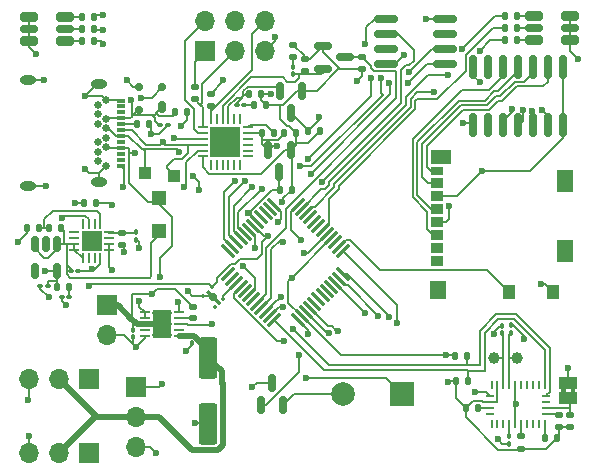
<source format=gbr>
%TF.GenerationSoftware,KiCad,Pcbnew,8.0.4*%
%TF.CreationDate,2024-11-08T09:04:54-08:00*%
%TF.ProjectId,Vanguard_new,56616e67-7561-4726-945f-6e65772e6b69,rev?*%
%TF.SameCoordinates,Original*%
%TF.FileFunction,Copper,L1,Top*%
%TF.FilePolarity,Positive*%
%FSLAX46Y46*%
G04 Gerber Fmt 4.6, Leading zero omitted, Abs format (unit mm)*
G04 Created by KiCad (PCBNEW 8.0.4) date 2024-11-08 09:04:54*
%MOMM*%
%LPD*%
G01*
G04 APERTURE LIST*
G04 Aperture macros list*
%AMRoundRect*
0 Rectangle with rounded corners*
0 $1 Rounding radius*
0 $2 $3 $4 $5 $6 $7 $8 $9 X,Y pos of 4 corners*
0 Add a 4 corners polygon primitive as box body*
4,1,4,$2,$3,$4,$5,$6,$7,$8,$9,$2,$3,0*
0 Add four circle primitives for the rounded corners*
1,1,$1+$1,$2,$3*
1,1,$1+$1,$4,$5*
1,1,$1+$1,$6,$7*
1,1,$1+$1,$8,$9*
0 Add four rect primitives between the rounded corners*
20,1,$1+$1,$2,$3,$4,$5,0*
20,1,$1+$1,$4,$5,$6,$7,0*
20,1,$1+$1,$6,$7,$8,$9,0*
20,1,$1+$1,$8,$9,$2,$3,0*%
%AMFreePoly0*
4,1,13,0.320000,0.125000,0.700000,0.125000,0.700000,-0.125000,0.320000,-0.125000,0.200000,-0.350000,-0.200000,-0.350000,-0.320000,-0.125000,-0.850000,-0.125000,-0.850000,0.125000,-0.320000,0.125000,-0.200000,0.350000,0.200000,0.350000,0.320000,0.125000,0.320000,0.125000,$1*%
G04 Aperture macros list end*
%TA.AperFunction,EtchedComponent*%
%ADD10C,0.000000*%
%TD*%
%TA.AperFunction,SMDPad,CuDef*%
%ADD11RoundRect,0.100000X0.100000X-0.130000X0.100000X0.130000X-0.100000X0.130000X-0.100000X-0.130000X0*%
%TD*%
%TA.AperFunction,SMDPad,CuDef*%
%ADD12R,0.700000X0.300000*%
%TD*%
%TA.AperFunction,ComponentPad*%
%ADD13C,0.650000*%
%TD*%
%TA.AperFunction,ComponentPad*%
%ADD14O,1.400000X0.800000*%
%TD*%
%TA.AperFunction,SMDPad,CuDef*%
%ADD15RoundRect,0.135000X-0.185000X0.135000X-0.185000X-0.135000X0.185000X-0.135000X0.185000X0.135000X0*%
%TD*%
%TA.AperFunction,SMDPad,CuDef*%
%ADD16RoundRect,0.150000X-0.825000X-0.150000X0.825000X-0.150000X0.825000X0.150000X-0.825000X0.150000X0*%
%TD*%
%TA.AperFunction,SMDPad,CuDef*%
%ADD17RoundRect,0.135000X0.135000X0.185000X-0.135000X0.185000X-0.135000X-0.185000X0.135000X-0.185000X0*%
%TD*%
%TA.AperFunction,SMDPad,CuDef*%
%ADD18RoundRect,0.100000X-0.130000X-0.100000X0.130000X-0.100000X0.130000X0.100000X-0.130000X0.100000X0*%
%TD*%
%TA.AperFunction,SMDPad,CuDef*%
%ADD19R,1.000000X1.000000*%
%TD*%
%TA.AperFunction,SMDPad,CuDef*%
%ADD20RoundRect,0.135000X0.185000X-0.135000X0.185000X0.135000X-0.185000X0.135000X-0.185000X-0.135000X0*%
%TD*%
%TA.AperFunction,SMDPad,CuDef*%
%ADD21RoundRect,0.135000X-0.135000X-0.185000X0.135000X-0.185000X0.135000X0.185000X-0.135000X0.185000X0*%
%TD*%
%TA.AperFunction,SMDPad,CuDef*%
%ADD22RoundRect,0.075000X-0.415425X-0.521491X0.521491X0.415425X0.415425X0.521491X-0.521491X-0.415425X0*%
%TD*%
%TA.AperFunction,SMDPad,CuDef*%
%ADD23RoundRect,0.075000X0.415425X-0.521491X0.521491X-0.415425X-0.415425X0.521491X-0.521491X0.415425X0*%
%TD*%
%TA.AperFunction,ComponentPad*%
%ADD24R,1.700000X1.700000*%
%TD*%
%TA.AperFunction,ComponentPad*%
%ADD25O,1.700000X1.700000*%
%TD*%
%TA.AperFunction,SMDPad,CuDef*%
%ADD26RoundRect,0.175000X0.175000X0.325000X-0.175000X0.325000X-0.175000X-0.325000X0.175000X-0.325000X0*%
%TD*%
%TA.AperFunction,SMDPad,CuDef*%
%ADD27RoundRect,0.150000X0.200000X0.150000X-0.200000X0.150000X-0.200000X-0.150000X0.200000X-0.150000X0*%
%TD*%
%TA.AperFunction,SMDPad,CuDef*%
%ADD28RoundRect,0.160000X-0.565000X-0.240000X0.565000X-0.240000X0.565000X0.240000X-0.565000X0.240000X0*%
%TD*%
%TA.AperFunction,SMDPad,CuDef*%
%ADD29RoundRect,0.120000X-0.605000X-0.180000X0.605000X-0.180000X0.605000X0.180000X-0.605000X0.180000X0*%
%TD*%
%TA.AperFunction,SMDPad,CuDef*%
%ADD30RoundRect,0.062500X0.123744X-0.035355X-0.035355X0.123744X-0.123744X0.035355X0.035355X-0.123744X0*%
%TD*%
%TA.AperFunction,SMDPad,CuDef*%
%ADD31FreePoly0,135.000000*%
%TD*%
%TA.AperFunction,SMDPad,CuDef*%
%ADD32R,0.254000X0.675000*%
%TD*%
%TA.AperFunction,SMDPad,CuDef*%
%ADD33R,0.675000X0.254000*%
%TD*%
%TA.AperFunction,SMDPad,CuDef*%
%ADD34RoundRect,0.150000X-0.150000X0.587500X-0.150000X-0.587500X0.150000X-0.587500X0.150000X0.587500X0*%
%TD*%
%TA.AperFunction,SMDPad,CuDef*%
%ADD35R,1.100000X0.850000*%
%TD*%
%TA.AperFunction,SMDPad,CuDef*%
%ADD36R,1.100000X0.750000*%
%TD*%
%TA.AperFunction,SMDPad,CuDef*%
%ADD37R,1.000000X1.200000*%
%TD*%
%TA.AperFunction,SMDPad,CuDef*%
%ADD38R,1.350000X1.550000*%
%TD*%
%TA.AperFunction,SMDPad,CuDef*%
%ADD39R,1.350000X1.900000*%
%TD*%
%TA.AperFunction,SMDPad,CuDef*%
%ADD40R,1.800000X1.170000*%
%TD*%
%TA.AperFunction,SMDPad,CuDef*%
%ADD41RoundRect,0.100000X-0.100000X0.130000X-0.100000X-0.130000X0.100000X-0.130000X0.100000X0.130000X0*%
%TD*%
%TA.AperFunction,SMDPad,CuDef*%
%ADD42RoundRect,0.062500X-0.062500X0.350000X-0.062500X-0.350000X0.062500X-0.350000X0.062500X0.350000X0*%
%TD*%
%TA.AperFunction,SMDPad,CuDef*%
%ADD43RoundRect,0.062500X-0.350000X0.062500X-0.350000X-0.062500X0.350000X-0.062500X0.350000X0.062500X0*%
%TD*%
%TA.AperFunction,HeatsinkPad*%
%ADD44R,1.700000X1.700000*%
%TD*%
%TA.AperFunction,ComponentPad*%
%ADD45C,1.000000*%
%TD*%
%TA.AperFunction,SMDPad,CuDef*%
%ADD46RoundRect,0.150000X-0.150000X0.512500X-0.150000X-0.512500X0.150000X-0.512500X0.150000X0.512500X0*%
%TD*%
%TA.AperFunction,SMDPad,CuDef*%
%ADD47R,1.500000X1.000000*%
%TD*%
%TA.AperFunction,SMDPad,CuDef*%
%ADD48RoundRect,0.150000X-0.150000X0.825000X-0.150000X-0.825000X0.150000X-0.825000X0.150000X0.825000X0*%
%TD*%
%TA.AperFunction,SMDPad,CuDef*%
%ADD49RoundRect,0.147500X-0.172500X0.147500X-0.172500X-0.147500X0.172500X-0.147500X0.172500X0.147500X0*%
%TD*%
%TA.AperFunction,SMDPad,CuDef*%
%ADD50RoundRect,0.150000X-0.587500X-0.150000X0.587500X-0.150000X0.587500X0.150000X-0.587500X0.150000X0*%
%TD*%
%TA.AperFunction,SMDPad,CuDef*%
%ADD51R,1.200000X1.200000*%
%TD*%
%TA.AperFunction,SMDPad,CuDef*%
%ADD52RoundRect,0.150000X0.150000X-0.587500X0.150000X0.587500X-0.150000X0.587500X-0.150000X-0.587500X0*%
%TD*%
%TA.AperFunction,SMDPad,CuDef*%
%ADD53RoundRect,0.160000X0.565000X0.240000X-0.565000X0.240000X-0.565000X-0.240000X0.565000X-0.240000X0*%
%TD*%
%TA.AperFunction,SMDPad,CuDef*%
%ADD54RoundRect,0.120000X0.605000X0.180000X-0.605000X0.180000X-0.605000X-0.180000X0.605000X-0.180000X0*%
%TD*%
%TA.AperFunction,SMDPad,CuDef*%
%ADD55RoundRect,0.062500X0.362500X0.062500X-0.362500X0.062500X-0.362500X-0.062500X0.362500X-0.062500X0*%
%TD*%
%TA.AperFunction,HeatsinkPad*%
%ADD56C,0.500000*%
%TD*%
%TA.AperFunction,HeatsinkPad*%
%ADD57R,1.650000X2.380000*%
%TD*%
%TA.AperFunction,SMDPad,CuDef*%
%ADD58RoundRect,0.062500X0.062500X-0.350000X0.062500X0.350000X-0.062500X0.350000X-0.062500X-0.350000X0*%
%TD*%
%TA.AperFunction,SMDPad,CuDef*%
%ADD59RoundRect,0.062500X0.350000X-0.062500X0.350000X0.062500X-0.350000X0.062500X-0.350000X-0.062500X0*%
%TD*%
%TA.AperFunction,HeatsinkPad*%
%ADD60R,2.600000X2.600000*%
%TD*%
%TA.AperFunction,ComponentPad*%
%ADD61R,2.000000X2.000000*%
%TD*%
%TA.AperFunction,ComponentPad*%
%ADD62C,2.000000*%
%TD*%
%TA.AperFunction,SMDPad,CuDef*%
%ADD63RoundRect,0.100000X0.130000X0.100000X-0.130000X0.100000X-0.130000X-0.100000X0.130000X-0.100000X0*%
%TD*%
%TA.AperFunction,SMDPad,CuDef*%
%ADD64RoundRect,0.250000X-0.550000X1.500000X-0.550000X-1.500000X0.550000X-1.500000X0.550000X1.500000X0*%
%TD*%
%TA.AperFunction,ViaPad*%
%ADD65C,0.600000*%
%TD*%
%TA.AperFunction,Conductor*%
%ADD66C,0.200000*%
%TD*%
%TA.AperFunction,Conductor*%
%ADD67C,0.500000*%
%TD*%
G04 APERTURE END LIST*
D10*
%TA.AperFunction,EtchedComponent*%
%TO.C,ADR1*%
G36*
X189882500Y-126970000D02*
G01*
X189482500Y-126970000D01*
X189482500Y-126470000D01*
X189882500Y-126470000D01*
X189882500Y-126970000D01*
G37*
%TD.AperFunction*%
%TA.AperFunction,EtchedComponent*%
G36*
X190682500Y-126970000D02*
G01*
X190282500Y-126970000D01*
X190282500Y-126470000D01*
X190682500Y-126470000D01*
X190682500Y-126970000D01*
G37*
%TD.AperFunction*%
%TD*%
D11*
%TO.P,D3,1,K*%
%TO.N,Net-(D3-K)*%
X166790000Y-99937500D03*
%TO.P,D3,2,A*%
%TO.N,Net-(D3-A)*%
X166790000Y-99297500D03*
%TD*%
D12*
%TO.P,J1,A1,GND*%
%TO.N,GND*%
X152250000Y-102167500D03*
%TO.P,J1,A2*%
%TO.N,N/C*%
X152250000Y-102667500D03*
%TO.P,J1,A3*%
X152250000Y-103167500D03*
%TO.P,J1,A4,VBUS*%
%TO.N,Net-(D1-GND)*%
X152250000Y-103667500D03*
%TO.P,J1,A5,CC1*%
%TO.N,Net-(J1-CC1)*%
X152250000Y-104167500D03*
%TO.P,J1,A6,D+*%
%TO.N,Net-(D1-I{slash}O1)*%
X152250000Y-104667500D03*
%TO.P,J1,A7,D-*%
%TO.N,Net-(D1-I{slash}O2)*%
X152250000Y-105167500D03*
%TO.P,J1,A8,SBU1*%
%TO.N,unconnected-(J1-SBU1-PadA8)*%
X152250000Y-105667500D03*
%TO.P,J1,A9,VBUS*%
%TO.N,Net-(D1-GND)*%
X152250000Y-106167500D03*
%TO.P,J1,A10*%
%TO.N,N/C*%
X152250000Y-106667500D03*
%TO.P,J1,A11*%
X152250000Y-107167500D03*
%TO.P,J1,A12,GND*%
%TO.N,GND*%
X152250000Y-107667500D03*
D13*
%TO.P,J1,B1,GND*%
X150940000Y-107717500D03*
%TO.P,J1,B2*%
%TO.N,N/C*%
X150240000Y-107317500D03*
%TO.P,J1,B3*%
X150240000Y-106517500D03*
%TO.P,J1,B4,VBUS*%
%TO.N,Net-(D1-GND)*%
X150940000Y-106117500D03*
%TO.P,J1,B5,CC2*%
%TO.N,Net-(J1-CC2)*%
X150240000Y-105717500D03*
%TO.P,J1,B6,D+*%
%TO.N,Net-(D1-I{slash}O1)*%
X150940000Y-105317500D03*
%TO.P,J1,B7,D-*%
%TO.N,Net-(D1-I{slash}O2)*%
X150940000Y-104517500D03*
%TO.P,J1,B8,SBU2*%
%TO.N,unconnected-(J1-SBU2-PadB8)*%
X150240000Y-104117500D03*
%TO.P,J1,B9,VBUS*%
%TO.N,Net-(D1-GND)*%
X150940000Y-103717500D03*
%TO.P,J1,B10*%
%TO.N,N/C*%
X150240000Y-103317500D03*
%TO.P,J1,B11*%
X150240000Y-102517500D03*
%TO.P,J1,B12,GND*%
%TO.N,GND*%
X150940000Y-102117500D03*
D14*
%TO.P,J1,S1,SHIELD*%
X144390000Y-100427500D03*
X150340000Y-100787500D03*
X150340000Y-109047500D03*
X144390000Y-109407500D03*
%TD*%
D15*
%TO.P,R11,1*%
%TO.N,+3.3V*%
X159820000Y-101597500D03*
%TO.P,R11,2*%
%TO.N,Net-(J2-Pin_6)*%
X159820000Y-102617500D03*
%TD*%
D16*
%TO.P,U3,1,~{CS}*%
%TO.N,PA3{slash}SS*%
X174670000Y-95280000D03*
%TO.P,U3,2,SO(SOI)*%
%TO.N,PA0{slash}MISO*%
X174670000Y-96550000D03*
%TO.P,U3,3,~{WP}*%
%TO.N,unconnected-(U3-~{WP}-Pad3)*%
X174670000Y-97820000D03*
%TO.P,U3,4,GND*%
%TO.N,GND*%
X174670000Y-99090000D03*
%TO.P,U3,5,SI(SIO)*%
%TO.N,PA1{slash}MOSI*%
X179620000Y-99090000D03*
%TO.P,U3,6,SCK*%
%TO.N,PA2{slash}SCK*%
X179620000Y-97820000D03*
%TO.P,U3,7,~{HOLD}*%
%TO.N,unconnected-(U3-~{HOLD}-Pad7)*%
X179620000Y-96550000D03*
%TO.P,U3,8,VCC*%
%TO.N,+3.3V*%
X179620000Y-95280000D03*
%TD*%
D17*
%TO.P,R27,1*%
%TO.N,STAR_GREEN*%
X149940000Y-95060000D03*
%TO.P,R27,2*%
%TO.N,Net-(STARBOARD_RGB1-GA)*%
X148920000Y-95060000D03*
%TD*%
D18*
%TO.P,D5,1,K*%
%TO.N,GND*%
X147205000Y-118832500D03*
%TO.P,D5,2,A*%
%TO.N,Net-(D5-A)*%
X147845000Y-118832500D03*
%TD*%
D19*
%TO.P,TP2,1,1*%
%TO.N,Net-(D1-I{slash}O2)*%
X154250000Y-108317500D03*
%TD*%
D20*
%TO.P,R13,1*%
%TO.N,+3.3V*%
X172660000Y-99527500D03*
%TO.P,R13,2*%
%TO.N,TX0*%
X172660000Y-98507500D03*
%TD*%
D21*
%TO.P,R19,1*%
%TO.N,Net-(U6-ENV_SCL)*%
X188122500Y-130700000D03*
%TO.P,R19,2*%
%TO.N,+3.3V*%
X189142500Y-130700000D03*
%TD*%
D17*
%TO.P,R16,1*%
%TO.N,Net-(U9-FB)*%
X145285000Y-112952500D03*
%TO.P,R16,2*%
%TO.N,GND*%
X144265000Y-112952500D03*
%TD*%
%TO.P,R5,1*%
%TO.N,/RX_UPDI*%
X165160000Y-104917500D03*
%TO.P,R5,2*%
%TO.N,/TX_UPDI*%
X164140000Y-104917500D03*
%TD*%
D22*
%TO.P,U2,1,PA5*%
%TO.N,unconnected-(U2-PA5-Pad1)*%
X161282124Y-116888788D03*
%TO.P,U2,2,PA6*%
%TO.N,unconnected-(U2-PA6-Pad2)*%
X161635678Y-117242342D03*
%TO.P,U2,3,PA7*%
%TO.N,TEMP_SENSOR*%
X161989231Y-117595895D03*
%TO.P,U2,4,PB0*%
%TO.N,SCL*%
X162342785Y-117949449D03*
%TO.P,U2,5,PB1*%
%TO.N,unconnected-(U2-PB1-Pad5)*%
X162696338Y-118303002D03*
%TO.P,U2,6,PB2*%
%TO.N,STAR_BLUE*%
X163049891Y-118656555D03*
%TO.P,U2,7,PB3*%
%TO.N,unconnected-(U2-PB3-Pad7)*%
X163403445Y-119010109D03*
%TO.P,U2,8,PB4*%
%TO.N,TX0*%
X163756998Y-119363662D03*
%TO.P,U2,9,PB5*%
%TO.N,RX0*%
X164110551Y-119717215D03*
%TO.P,U2,10,PC0*%
%TO.N,STAR_RED*%
X164464105Y-120070769D03*
%TO.P,U2,11,PC1*%
%TO.N,STAR_GREEN*%
X164817658Y-120424322D03*
%TO.P,U2,12,PC2*%
%TO.N,SDA*%
X165171212Y-120777876D03*
D23*
%TO.P,U2,13,PC3*%
%TO.N,PORT_SERVO*%
X167168788Y-120777876D03*
%TO.P,U2,14,VCC*%
%TO.N,+3.3V*%
X167522342Y-120424322D03*
%TO.P,U2,15,GND*%
%TO.N,GND*%
X167875895Y-120070769D03*
%TO.P,U2,16,PC4*%
%TO.N,BUZZER*%
X168229449Y-119717215D03*
%TO.P,U2,17,PC5*%
%TO.N,unconnected-(U2-PC5-Pad17)*%
X168583002Y-119363662D03*
%TO.P,U2,18,PC6*%
%TO.N,unconnected-(U2-PC6-Pad18)*%
X168936555Y-119010109D03*
%TO.P,U2,19,PC7*%
%TO.N,unconnected-(U2-PC7-Pad19)*%
X169290109Y-118656555D03*
%TO.P,U2,20,PD0*%
%TO.N,unconnected-(U2-PD0-Pad20)*%
X169643662Y-118303002D03*
%TO.P,U2,21,PD1*%
%TO.N,unconnected-(U2-PD1-Pad21)*%
X169997215Y-117949449D03*
%TO.P,U2,22,PD2*%
%TO.N,D5*%
X170350769Y-117595895D03*
%TO.P,U2,23,PD3*%
%TO.N,D4*%
X170704322Y-117242342D03*
%TO.P,U2,24,PD4*%
%TO.N,D6*%
X171057876Y-116888788D03*
D22*
%TO.P,U2,25,PD5*%
%TO.N,D7*%
X171057876Y-114891212D03*
%TO.P,U2,26,PD6*%
%TO.N,CD*%
X170704322Y-114537658D03*
%TO.P,U2,27,PD7*%
%TO.N,unconnected-(U2-PD7-Pad27)*%
X170350769Y-114184105D03*
%TO.P,U2,28,AVCC*%
%TO.N,+3.3V*%
X169997215Y-113830551D03*
%TO.P,U2,29,GND*%
%TO.N,GND*%
X169643662Y-113476998D03*
%TO.P,U2,30,PE0*%
%TO.N,PORT_RED*%
X169290109Y-113123445D03*
%TO.P,U2,31,PE1*%
%TO.N,unconnected-(U2-PE1-Pad31)*%
X168936555Y-112769891D03*
%TO.P,U2,32,PE2*%
%TO.N,unconnected-(U2-PE2-Pad32)*%
X168583002Y-112416338D03*
%TO.P,U2,33,PE3*%
%TO.N,unconnected-(U2-PE3-Pad33)*%
X168229449Y-112062785D03*
%TO.P,U2,34,PF0*%
%TO.N,PORT_GREEN*%
X167875895Y-111709231D03*
%TO.P,U2,35,PF1*%
%TO.N,PORT_BLUE*%
X167522342Y-111355678D03*
%TO.P,U2,36,PF2*%
%TO.N,STAR_SERVO*%
X167168788Y-111002124D03*
D23*
%TO.P,U2,37,PF3*%
%TO.N,EJEC_SERVO*%
X165171212Y-111002124D03*
%TO.P,U2,38,PF4*%
%TO.N,unconnected-(U2-PF4-Pad38)*%
X164817658Y-111355678D03*
%TO.P,U2,39,PF5*%
%TO.N,unconnected-(U2-PF5-Pad39)*%
X164464105Y-111709231D03*
%TO.P,U2,40,PF6/~{RESET}*%
%TO.N,unconnected-(U2-PF6{slash}~{RESET}-Pad40)*%
X164110551Y-112062785D03*
%TO.P,U2,41,UPDI*%
%TO.N,UPDI*%
X163756998Y-112416338D03*
%TO.P,U2,42,VCC*%
%TO.N,+3.3V*%
X163403445Y-112769891D03*
%TO.P,U2,43,GND*%
%TO.N,GND*%
X163049891Y-113123445D03*
%TO.P,U2,44,PA0*%
%TO.N,PA0{slash}MISO*%
X162696338Y-113476998D03*
%TO.P,U2,45,PA1*%
%TO.N,PA1{slash}MOSI*%
X162342785Y-113830551D03*
%TO.P,U2,46,PA2*%
%TO.N,PA2{slash}SCK*%
X161989231Y-114184105D03*
%TO.P,U2,47,PA3*%
%TO.N,PA3{slash}SS*%
X161635678Y-114537658D03*
%TO.P,U2,48,PA4*%
%TO.N,unconnected-(U2-PA4-Pad48)*%
X161282124Y-114891212D03*
%TD*%
D18*
%TO.P,D2,1,K*%
%TO.N,Net-(D2-K)*%
X162027500Y-102557500D03*
%TO.P,D2,2,A*%
%TO.N,Net-(D2-A)*%
X162667500Y-102557500D03*
%TD*%
D21*
%TO.P,R21,1*%
%TO.N,+3.3V*%
X180610000Y-125950000D03*
%TO.P,R21,2*%
%TO.N,SDA*%
X181630000Y-125950000D03*
%TD*%
%TO.P,R22,1*%
%TO.N,+3.3V*%
X180470000Y-123770000D03*
%TO.P,R22,2*%
%TO.N,SCL*%
X181490000Y-123770000D03*
%TD*%
D24*
%TO.P,J2,1,Pin_1*%
%TO.N,+3.3V*%
X159365000Y-97962500D03*
D25*
%TO.P,J2,2,Pin_2*%
%TO.N,Net-(J2-Pin_2)*%
X159365000Y-95422500D03*
%TO.P,J2,3,Pin_3*%
%TO.N,Net-(J2-Pin_3)*%
X161905000Y-97962500D03*
%TO.P,J2,4,Pin_4*%
%TO.N,UPDI*%
X161905000Y-95422500D03*
%TO.P,J2,5,Pin_5*%
%TO.N,GND*%
X164445000Y-97962500D03*
%TO.P,J2,6,Pin_6*%
%TO.N,Net-(J2-Pin_6)*%
X164445000Y-95422500D03*
%TD*%
D17*
%TO.P,R15,1*%
%TO.N,Net-(D6-K)*%
X147175000Y-112952500D03*
%TO.P,R15,2*%
%TO.N,Net-(U9-FB)*%
X146155000Y-112952500D03*
%TD*%
D26*
%TO.P,D1,1,GND*%
%TO.N,Net-(D1-GND)*%
X155720000Y-102727500D03*
D27*
%TO.P,D1,2,I/O1*%
%TO.N,Net-(D1-I{slash}O1)*%
X155720000Y-101027500D03*
%TO.P,D1,3,I/O2*%
%TO.N,Net-(D1-I{slash}O2)*%
X153720000Y-101027500D03*
%TO.P,D1,4,VCC*%
%TO.N,Net-(D1-GND)*%
X153720000Y-102927500D03*
%TD*%
D28*
%TO.P,PORTSIDE_RGB1,1,BA*%
%TO.N,Net-(PORTSIDE_RGB1-BA)*%
X187230000Y-94980000D03*
D29*
%TO.P,PORTSIDE_RGB1,2,RA*%
%TO.N,Net-(PORTSIDE_RGB1-RA)*%
X187230000Y-96030000D03*
D28*
%TO.P,PORTSIDE_RGB1,3,GA*%
%TO.N,Net-(PORTSIDE_RGB1-GA)*%
X187230000Y-97080000D03*
%TO.P,PORTSIDE_RGB1,4,GK*%
%TO.N,GND*%
X190280000Y-97080000D03*
D29*
%TO.P,PORTSIDE_RGB1,5,RK*%
X190280000Y-96030000D03*
D28*
%TO.P,PORTSIDE_RGB1,6,BK*%
X190280000Y-94980000D03*
%TD*%
D17*
%TO.P,R29,1*%
%TO.N,Net-(PORTSIDE_RGB1-RA)*%
X185775000Y-96030000D03*
%TO.P,R29,2*%
%TO.N,PORT_RED*%
X184755000Y-96030000D03*
%TD*%
D24*
%TO.P,J7,1,Pin_1*%
%TO.N,EJEC_SERVO*%
X153460000Y-126440000D03*
D25*
%TO.P,J7,2,Pin_2*%
%TO.N,+5V*%
X153460000Y-128980000D03*
%TO.P,J7,3,Pin_3*%
%TO.N,GND*%
X153460000Y-131520000D03*
%TD*%
D17*
%TO.P,R9,1*%
%TO.N,+3.3V*%
X164077500Y-101617500D03*
%TO.P,R9,2*%
%TO.N,Net-(D2-K)*%
X163057500Y-101617500D03*
%TD*%
D30*
%TO.P,U5,1,NC*%
%TO.N,unconnected-(U5-NC-Pad1)*%
X160153744Y-119650850D03*
D31*
%TO.P,U5,2,PG*%
%TO.N,GND*%
X160030000Y-118820000D03*
D30*
%TO.P,U5,3,OUT*%
%TO.N,TEMP_SENSOR*%
X160860850Y-118943744D03*
%TO.P,U5,4,VDD*%
%TO.N,+3.3V*%
X159906256Y-117989150D03*
%TO.P,U5,5,GND*%
%TO.N,GND*%
X159199150Y-118696256D03*
%TD*%
D21*
%TO.P,R17,1*%
%TO.N,+3.3V*%
X146835000Y-117992500D03*
%TO.P,R17,2*%
%TO.N,Net-(D5-A)*%
X147855000Y-117992500D03*
%TD*%
D32*
%TO.P,U6,1,RESV_NC*%
%TO.N,unconnected-(U6-RESV_NC-Pad1)*%
X183592500Y-126267500D03*
D33*
%TO.P,U6,2,GND*%
%TO.N,GND*%
X183455000Y-127180000D03*
%TO.P,U6,3,VDD*%
%TO.N,+3.3V*%
X183455000Y-127680000D03*
%TO.P,U6,4,~{BOOT}*%
%TO.N,Net-(U6-~{BOOT})*%
X183455000Y-128180000D03*
%TO.P,U6,5,PS1*%
%TO.N,PS1*%
X183455000Y-128680000D03*
D32*
%TO.P,U6,6,PS0/WAKE*%
%TO.N,PS0{slash}WAKE*%
X183592500Y-129592500D03*
%TO.P,U6,7,RESV_NC*%
%TO.N,unconnected-(U6-RESV_NC-Pad7)*%
X184092500Y-129592500D03*
%TO.P,U6,8,RESV_NC*%
%TO.N,unconnected-(U6-RESV_NC-Pad8)*%
X184592500Y-129592500D03*
%TO.P,U6,9,CAP*%
%TO.N,Net-(U6-CAP)*%
X185092500Y-129592500D03*
%TO.P,U6,10,CLKSEL0*%
%TO.N,GND*%
X185592500Y-129592500D03*
%TO.P,U6,11,~{RST}*%
%TO.N,Net-(U6-~{RST})*%
X186092500Y-129592500D03*
%TO.P,U6,12,RESV_NC*%
%TO.N,unconnected-(U6-RESV_NC-Pad12)*%
X186592500Y-129592500D03*
%TO.P,U6,13,RESV_NC*%
%TO.N,unconnected-(U6-RESV_NC-Pad13)*%
X187092500Y-129592500D03*
%TO.P,U6,14,~{H_INT}*%
%TO.N,INT*%
X187592500Y-129592500D03*
%TO.P,U6,15,ENV_SCL*%
%TO.N,Net-(U6-ENV_SCL)*%
X188092500Y-129592500D03*
D33*
%TO.P,U6,16,ENV_SDA*%
%TO.N,Net-(U6-ENV_SDA)*%
X188230000Y-128680000D03*
%TO.P,U6,17,SA0/H_MOSI*%
%TO.N,Net-(ADR1-B)*%
X188230000Y-128180000D03*
%TO.P,U6,18,~{H_CS}*%
%TO.N,unconnected-(U6-~{H_CS}-Pad18)*%
X188230000Y-127680000D03*
%TO.P,U6,19,H_SCL/SCK/RX*%
%TO.N,SCL*%
X188230000Y-127180000D03*
D32*
%TO.P,U6,20,H_SDA/H_MISO/TX*%
%TO.N,SDA*%
X188092500Y-126267500D03*
%TO.P,U6,21,RESV_NC*%
%TO.N,unconnected-(U6-RESV_NC-Pad21)*%
X187592500Y-126267500D03*
%TO.P,U6,22,RESV_NC*%
%TO.N,unconnected-(U6-RESV_NC-Pad22)*%
X187092500Y-126267500D03*
%TO.P,U6,23,RESV_NC*%
%TO.N,unconnected-(U6-RESV_NC-Pad23)*%
X186592500Y-126267500D03*
%TO.P,U6,24,RESV_NC*%
%TO.N,unconnected-(U6-RESV_NC-Pad24)*%
X186092500Y-126267500D03*
%TO.P,U6,25,GNDIO*%
%TO.N,GND*%
X185592500Y-126267500D03*
%TO.P,U6,26,XOUT32/CLKSEL1*%
%TO.N,Net-(U6-XOUT32{slash}CLKSEL1)*%
X185092500Y-126267500D03*
%TO.P,U6,27,XIN32*%
%TO.N,Net-(U6-XIN32)*%
X184592500Y-126267500D03*
%TO.P,U6,28,VDDIO*%
%TO.N,+3.3V*%
X184092500Y-126267500D03*
%TD*%
D15*
%TO.P,R3,1*%
%TO.N,+3.3V*%
X166790000Y-97442500D03*
%TO.P,R3,2*%
%TO.N,Net-(D3-A)*%
X166790000Y-98462500D03*
%TD*%
D11*
%TO.P,C3,1*%
%TO.N,Net-(U6-XIN32)*%
X184522500Y-121857500D03*
%TO.P,C3,2*%
%TO.N,GND*%
X184522500Y-121217500D03*
%TD*%
D34*
%TO.P,Q3,1,G*%
%TO.N,+3.3V*%
X167582500Y-101350000D03*
%TO.P,Q3,2,S*%
%TO.N,Net-(D2-K)*%
X165682500Y-101350000D03*
%TO.P,Q3,3,D*%
%TO.N,RX0*%
X166632500Y-103225000D03*
%TD*%
D35*
%TO.P,J3,1,DAT2*%
%TO.N,unconnected-(J3-DAT2-Pad1)*%
X178960000Y-115775000D03*
%TO.P,J3,2,DAT3/CD*%
%TO.N,unconnected-(J3-DAT3{slash}CD-Pad2)*%
X178960000Y-114675000D03*
%TO.P,J3,3,CMD*%
%TO.N,Net-(J3-CMD)*%
X178960000Y-113575000D03*
%TO.P,J3,4,VDD*%
%TO.N,GND*%
X178960000Y-112475000D03*
%TO.P,J3,5,CLK*%
%TO.N,Net-(J3-CLK)*%
X178960000Y-111375000D03*
%TO.P,J3,6,VSS*%
%TO.N,+3.3V*%
X178960000Y-110275000D03*
%TO.P,J3,7,DAT0*%
%TO.N,Net-(J3-DAT0)*%
X178960000Y-109175000D03*
D36*
%TO.P,J3,8,DAT1*%
%TO.N,Net-(J3-DAT1)*%
X178960000Y-108125000D03*
D37*
%TO.P,J3,9,DET*%
%TO.N,CD*%
X185110000Y-118410000D03*
%TO.P,J3,10,SHIELD*%
%TO.N,GND*%
X188810000Y-118410000D03*
D38*
%TO.P,J3,11*%
%TO.N,N/C*%
X179085000Y-118235000D03*
D39*
X189785000Y-114910000D03*
X189785000Y-108940000D03*
D40*
X179310000Y-106915000D03*
%TD*%
D41*
%TO.P,C9,1*%
%TO.N,+5V*%
X158207500Y-122065000D03*
%TO.P,C9,2*%
%TO.N,GND*%
X158207500Y-122705000D03*
%TD*%
D42*
%TO.P,U9,1,FB*%
%TO.N,Net-(U9-FB)*%
X150480000Y-112615000D03*
%TO.P,U9,2,VCC*%
%TO.N,unconnected-(U9-VCC-Pad2)*%
X149980000Y-112615000D03*
%TO.P,U9,3,AGND*%
%TO.N,GND*%
X149480000Y-112615000D03*
%TO.P,U9,4,SW*%
%TO.N,unconnected-(U9-SW-Pad19)_1*%
X148980000Y-112615000D03*
D43*
%TO.P,U9,5,SW*%
%TO.N,unconnected-(U9-SW-Pad19)_2*%
X148267500Y-113327500D03*
%TO.P,U9,6,SW*%
%TO.N,unconnected-(U9-SW-Pad19)*%
X148267500Y-113827500D03*
%TO.P,U9,7,OUT*%
%TO.N,Net-(D6-K)*%
X148267500Y-114327500D03*
%TO.P,U9,8,OUT*%
X148267500Y-114827500D03*
D42*
%TO.P,U9,9,OUT*%
X148980000Y-115540000D03*
%TO.P,U9,10*%
%TO.N,N/C*%
X149480000Y-115540000D03*
%TO.P,U9,11,BST*%
%TO.N,unconnected-(U9-BST-Pad11)*%
X149980000Y-115540000D03*
%TO.P,U9,12,PGND*%
%TO.N,GND*%
X150480000Y-115540000D03*
D43*
%TO.P,U9,13,PGND*%
X151192500Y-114827500D03*
%TO.P,U9,14,PGND*%
X151192500Y-114327500D03*
%TO.P,U9,15*%
%TO.N,N/C*%
X151192500Y-113827500D03*
%TO.P,U9,16,IN*%
%TO.N,Net-(U9-IN)*%
X151192500Y-113327500D03*
D44*
%TO.P,U9,17,EN*%
%TO.N,Net-(U9-EN)*%
X149730000Y-114077500D03*
%TD*%
D15*
%TO.P,R14,1*%
%TO.N,Net-(U9-IN)*%
X152335000Y-113342500D03*
%TO.P,R14,2*%
%TO.N,Net-(U9-EN)*%
X152335000Y-114362500D03*
%TD*%
D21*
%TO.P,R31,1*%
%TO.N,Net-(J1-CC1)*%
X153540000Y-104147500D03*
%TO.P,R31,2*%
%TO.N,GND*%
X154560000Y-104147500D03*
%TD*%
D17*
%TO.P,R26,1*%
%TO.N,STAR_RED*%
X149940000Y-96120000D03*
%TO.P,R26,2*%
%TO.N,Net-(STARBOARD_RGB1-RA)*%
X148920000Y-96120000D03*
%TD*%
D11*
%TO.P,C2,1*%
%TO.N,Net-(U6-XOUT32{slash}CLKSEL1)*%
X185222500Y-121852500D03*
%TO.P,C2,2*%
%TO.N,GND*%
X185222500Y-121212500D03*
%TD*%
D45*
%TO.P,Y1,1,1*%
%TO.N,Net-(U6-XOUT32{slash}CLKSEL1)*%
X185732500Y-123947500D03*
%TO.P,Y1,2,2*%
%TO.N,Net-(U6-XIN32)*%
X183832500Y-123947500D03*
%TD*%
D17*
%TO.P,R6,1*%
%TO.N,+3.3V*%
X167040000Y-104907500D03*
%TO.P,R6,2*%
%TO.N,/TX_UPDI*%
X166020000Y-104907500D03*
%TD*%
D46*
%TO.P,U4,1,VIN*%
%TO.N,Net-(D6-K)*%
X146835000Y-114335000D03*
%TO.P,U4,2,GND*%
%TO.N,GND*%
X145885000Y-114335000D03*
%TO.P,U4,3,EN*%
%TO.N,Net-(D6-K)*%
X144935000Y-114335000D03*
%TO.P,U4,4,NC*%
%TO.N,unconnected-(U4-NC-Pad4)*%
X144935000Y-116610000D03*
%TO.P,U4,5,VOUT*%
%TO.N,+3.3V*%
X146835000Y-116610000D03*
%TD*%
D17*
%TO.P,R30,1*%
%TO.N,Net-(PORTSIDE_RGB1-GA)*%
X185785000Y-97080000D03*
%TO.P,R30,2*%
%TO.N,PORT_GREEN*%
X184765000Y-97080000D03*
%TD*%
D15*
%TO.P,R20,1*%
%TO.N,Net-(U6-ENV_SDA)*%
X189292500Y-128790000D03*
%TO.P,R20,2*%
%TO.N,+3.3V*%
X189292500Y-129810000D03*
%TD*%
D21*
%TO.P,R24,1*%
%TO.N,+3.3V*%
X181412500Y-128190000D03*
%TO.P,R24,2*%
%TO.N,Net-(U6-~{BOOT})*%
X182432500Y-128190000D03*
%TD*%
D47*
%TO.P,ADR1,1,A*%
%TO.N,GND*%
X190082500Y-126070000D03*
%TO.P,ADR1,2,B*%
%TO.N,Net-(ADR1-B)*%
X190082500Y-127370000D03*
%TD*%
D41*
%TO.P,C8,1*%
%TO.N,Net-(D1-GND)*%
X153197500Y-121575000D03*
%TO.P,C8,2*%
%TO.N,GND*%
X153197500Y-122215000D03*
%TD*%
D48*
%TO.P,U7,1,VCCA*%
%TO.N,+3.3V*%
X189655000Y-99292500D03*
%TO.P,U7,2,A1*%
%TO.N,Net-(J3-DAT1)*%
X188385000Y-99292500D03*
%TO.P,U7,3,A2*%
%TO.N,Net-(J3-DAT0)*%
X187115000Y-99292500D03*
%TO.P,U7,4,A3*%
%TO.N,Net-(J3-CLK)*%
X185845000Y-99292500D03*
%TO.P,U7,5,A4*%
%TO.N,Net-(J3-CMD)*%
X184575000Y-99292500D03*
%TO.P,U7,6,NC*%
%TO.N,unconnected-(U7-NC-Pad6)*%
X183305000Y-99292500D03*
%TO.P,U7,7,GND*%
%TO.N,GND*%
X182035000Y-99292500D03*
%TO.P,U7,8,OE*%
%TO.N,+3.3V*%
X182035000Y-104242500D03*
%TO.P,U7,9,NC*%
%TO.N,unconnected-(U7-NC-Pad9)*%
X183305000Y-104242500D03*
%TO.P,U7,10,B4*%
%TO.N,D5*%
X184575000Y-104242500D03*
%TO.P,U7,11,B3*%
%TO.N,D4*%
X185845000Y-104242500D03*
%TO.P,U7,12,B2*%
%TO.N,D6*%
X187115000Y-104242500D03*
%TO.P,U7,13,B1*%
%TO.N,D7*%
X188385000Y-104242500D03*
%TO.P,U7,14,VCCB*%
%TO.N,+3.3V*%
X189655000Y-104242500D03*
%TD*%
D49*
%TO.P,L1,1,1*%
%TO.N,Net-(D1-GND)*%
X158350000Y-119625000D03*
%TO.P,L1,2,2*%
%TO.N,Net-(L1-Pad2)*%
X158350000Y-120595000D03*
%TD*%
D50*
%TO.P,Q2,1,G*%
%TO.N,+3.3V*%
X169312500Y-97555000D03*
%TO.P,Q2,2,S*%
%TO.N,Net-(D3-K)*%
X169312500Y-99455000D03*
%TO.P,Q2,3,D*%
%TO.N,TX0*%
X171187500Y-98505000D03*
%TD*%
D17*
%TO.P,R4,1*%
%TO.N,+3.3V*%
X164500000Y-102557500D03*
%TO.P,R4,2*%
%TO.N,Net-(D2-A)*%
X163480000Y-102557500D03*
%TD*%
%TO.P,R12,1*%
%TO.N,+3.3V*%
X169110000Y-104707500D03*
%TO.P,R12,2*%
%TO.N,RX0*%
X168090000Y-104707500D03*
%TD*%
D15*
%TO.P,R10,1*%
%TO.N,+3.3V*%
X167770000Y-98617500D03*
%TO.P,R10,2*%
%TO.N,Net-(D3-K)*%
X167770000Y-99637500D03*
%TD*%
D17*
%TO.P,R7,1*%
%TO.N,+3.3V*%
X166670000Y-109737500D03*
%TO.P,R7,2*%
%TO.N,UPDI*%
X165650000Y-109737500D03*
%TD*%
D24*
%TO.P,J6,1,Pin_1*%
%TO.N,Net-(D1-GND)*%
X151037500Y-119480000D03*
D25*
%TO.P,J6,2,Pin_2*%
%TO.N,GND*%
X151037500Y-122020000D03*
%TD*%
D51*
%TO.P,D6,1,K*%
%TO.N,Net-(D6-K)*%
X155460000Y-113220000D03*
%TO.P,D6,2,A*%
%TO.N,Net-(D1-GND)*%
X155460000Y-110420000D03*
%TD*%
D34*
%TO.P,Q1,1,G*%
%TO.N,+3.3V*%
X166580000Y-106377500D03*
%TO.P,Q1,2,S*%
%TO.N,/TX_UPDI*%
X164680000Y-106377500D03*
%TO.P,Q1,3,D*%
%TO.N,UPDI*%
X165630000Y-108252500D03*
%TD*%
D52*
%TO.P,Q4,1,G*%
%TO.N,BUZZER*%
X164050000Y-127937500D03*
%TO.P,Q4,2,S*%
%TO.N,Net-(BZ1--)*%
X165950000Y-127937500D03*
%TO.P,Q4,3,D*%
%TO.N,GND*%
X165000000Y-126062500D03*
%TD*%
D21*
%TO.P,R1,1*%
%TO.N,Net-(D1-GND)*%
X156760000Y-103177500D03*
%TO.P,R1,2*%
%TO.N,GND*%
X157780000Y-103177500D03*
%TD*%
%TO.P,R32,1*%
%TO.N,Net-(J1-CC2)*%
X149110000Y-110837500D03*
%TO.P,R32,2*%
%TO.N,GND*%
X150130000Y-110837500D03*
%TD*%
D20*
%TO.P,R23,1*%
%TO.N,+3.3V*%
X190232500Y-129810000D03*
%TO.P,R23,2*%
%TO.N,Net-(ADR1-B)*%
X190232500Y-128790000D03*
%TD*%
D24*
%TO.P,J5,1,Pin_1*%
%TO.N,PORT_SERVO*%
X149530000Y-131980000D03*
D25*
%TO.P,J5,2,Pin_2*%
%TO.N,+5V*%
X146990000Y-131980000D03*
%TO.P,J5,3,Pin_3*%
%TO.N,GND*%
X144450000Y-131980000D03*
%TD*%
D53*
%TO.P,STARBOARD_RGB1,1,BA*%
%TO.N,Net-(STARBOARD_RGB1-BA)*%
X147465000Y-97160000D03*
D54*
%TO.P,STARBOARD_RGB1,2,RA*%
%TO.N,Net-(STARBOARD_RGB1-RA)*%
X147465000Y-96110000D03*
D53*
%TO.P,STARBOARD_RGB1,3,GA*%
%TO.N,Net-(STARBOARD_RGB1-GA)*%
X147465000Y-95060000D03*
%TO.P,STARBOARD_RGB1,4,GK*%
%TO.N,GND*%
X144415000Y-95060000D03*
D54*
%TO.P,STARBOARD_RGB1,5,RK*%
X144415000Y-96110000D03*
D53*
%TO.P,STARBOARD_RGB1,6,BK*%
X144415000Y-97160000D03*
%TD*%
D17*
%TO.P,R25,1*%
%TO.N,STAR_BLUE*%
X149930000Y-97160000D03*
%TO.P,R25,2*%
%TO.N,Net-(STARBOARD_RGB1-BA)*%
X148910000Y-97160000D03*
%TD*%
D55*
%TO.P,U8,1,VOUT*%
%TO.N,+5V*%
X157137500Y-122090000D03*
%TO.P,U8,2,NC*%
%TO.N,unconnected-(U8-NC-Pad2)*%
X157137500Y-121590000D03*
%TO.P,U8,3,SW*%
%TO.N,GND*%
X157137500Y-121090000D03*
%TO.P,U8,4,SW*%
%TO.N,Net-(L1-Pad2)*%
X157137500Y-120590000D03*
%TO.P,U8,5,PGND*%
%TO.N,GND*%
X157137500Y-120090000D03*
%TO.P,U8,6,PGND*%
X154237500Y-120090000D03*
%TO.P,U8,7,PGND*%
X154237500Y-120590000D03*
%TO.P,U8,8,VBAT*%
%TO.N,Net-(D1-GND)*%
X154237500Y-121090000D03*
%TO.P,U8,9,LBI*%
%TO.N,unconnected-(U8-LBI-Pad9)*%
X154237500Y-121590000D03*
%TO.P,U8,10,SYNC*%
%TO.N,GND*%
X154237500Y-122090000D03*
D56*
%TO.P,U8,11,EN*%
%TO.N,Net-(D1-GND)*%
X156262500Y-122030000D03*
X156262500Y-121090000D03*
X156262500Y-120150000D03*
D57*
X155687500Y-121090000D03*
D56*
X155112500Y-122030000D03*
X155112500Y-121090000D03*
X155112500Y-120150000D03*
%TD*%
D58*
%TO.P,U1,1,PA02*%
%TO.N,unconnected-(U1-PA02-Pad1)*%
X159820000Y-107585000D03*
%TO.P,U1,2,PA03*%
%TO.N,unconnected-(U1-PA03-Pad2)*%
X160320000Y-107585000D03*
%TO.P,U1,3,PA04*%
%TO.N,unconnected-(U1-PA04-Pad3)*%
X160820000Y-107585000D03*
%TO.P,U1,4,PA05*%
%TO.N,unconnected-(U1-PA05-Pad4)*%
X161320000Y-107585000D03*
%TO.P,U1,5,PA06*%
%TO.N,unconnected-(U1-PA06-Pad5)*%
X161820000Y-107585000D03*
%TO.P,U1,6,PA07*%
%TO.N,unconnected-(U1-PA07-Pad6)*%
X162320000Y-107585000D03*
D59*
%TO.P,U1,7,PA08/XIN*%
%TO.N,unconnected-(U1-PA08{slash}XIN-Pad7)*%
X163007500Y-106897500D03*
%TO.P,U1,8,PA09/XOUT*%
%TO.N,unconnected-(U1-PA09{slash}XOUT-Pad8)*%
X163007500Y-106397500D03*
%TO.P,U1,9,PA10*%
%TO.N,unconnected-(U1-PA10-Pad9)*%
X163007500Y-105897500D03*
%TO.P,U1,10,PA11*%
%TO.N,unconnected-(U1-PA11-Pad10)*%
X163007500Y-105397500D03*
%TO.P,U1,11,PA14*%
%TO.N,/TX_UPDI*%
X163007500Y-104897500D03*
%TO.P,U1,12,PA15*%
%TO.N,/RX_UPDI*%
X163007500Y-104397500D03*
D58*
%TO.P,U1,13,PA16*%
%TO.N,unconnected-(U1-PA16-Pad13)*%
X162320000Y-103710000D03*
%TO.P,U1,14,PA17*%
%TO.N,unconnected-(U1-PA17-Pad14)*%
X161820000Y-103710000D03*
%TO.P,U1,15,PA22*%
%TO.N,Net-(D2-K)*%
X161320000Y-103710000D03*
%TO.P,U1,16,PA23*%
%TO.N,Net-(D3-K)*%
X160820000Y-103710000D03*
%TO.P,U1,17,PA27*%
%TO.N,unconnected-(U1-PA27-Pad17)*%
X160320000Y-103710000D03*
%TO.P,U1,18,PA28/~{RST}*%
%TO.N,Net-(J2-Pin_6)*%
X159820000Y-103710000D03*
D59*
%TO.P,U1,19,PA30/SWCLK*%
%TO.N,Net-(J2-Pin_3)*%
X159132500Y-104397500D03*
%TO.P,U1,20,PA31/SWDIO*%
%TO.N,Net-(J2-Pin_2)*%
X159132500Y-104897500D03*
%TO.P,U1,21,PA24*%
%TO.N,Net-(D1-I{slash}O2)*%
X159132500Y-105397500D03*
%TO.P,U1,22,PA25*%
%TO.N,Net-(D1-I{slash}O1)*%
X159132500Y-105897500D03*
%TO.P,U1,23,GND*%
%TO.N,GND*%
X159132500Y-106397500D03*
%TO.P,U1,24,VDD*%
%TO.N,+3.3V*%
X159132500Y-106897500D03*
D60*
%TO.P,U1,25*%
%TO.N,N/C*%
X161070000Y-105647500D03*
%TD*%
D15*
%TO.P,R18,1*%
%TO.N,Net-(U6-~{RST})*%
X186092500Y-130610000D03*
%TO.P,R18,2*%
%TO.N,+3.3V*%
X186092500Y-131630000D03*
%TD*%
D19*
%TO.P,TP1,1,1*%
%TO.N,Net-(D1-I{slash}O1)*%
X156740000Y-108537500D03*
%TD*%
D24*
%TO.P,J4,1,Pin_1*%
%TO.N,STAR_SERVO*%
X149500000Y-125730000D03*
D25*
%TO.P,J4,2,Pin_2*%
%TO.N,+5V*%
X146960000Y-125730000D03*
%TO.P,J4,3,Pin_3*%
%TO.N,GND*%
X144420000Y-125730000D03*
%TD*%
D41*
%TO.P,C4,1*%
%TO.N,Net-(U9-IN)*%
X153460000Y-113335000D03*
%TO.P,C4,2*%
%TO.N,GND*%
X153460000Y-113975000D03*
%TD*%
D18*
%TO.P,C1,1*%
%TO.N,Net-(D1-GND)*%
X155545000Y-104220000D03*
%TO.P,C1,2*%
%TO.N,GND*%
X156185000Y-104220000D03*
%TD*%
D61*
%TO.P,BZ1,1,+*%
%TO.N,+5V*%
X176010785Y-126990000D03*
D62*
%TO.P,BZ1,2,-*%
%TO.N,Net-(BZ1--)*%
X171010785Y-126990000D03*
%TD*%
D63*
%TO.P,C6,1*%
%TO.N,+3.3V*%
X146025000Y-117882500D03*
%TO.P,C6,2*%
%TO.N,GND*%
X145385000Y-117882500D03*
%TD*%
D15*
%TO.P,R2,1*%
%TO.N,+3.3V*%
X158450000Y-101047500D03*
%TO.P,R2,2*%
%TO.N,Net-(J2-Pin_3)*%
X158450000Y-102067500D03*
%TD*%
D41*
%TO.P,C7,1*%
%TO.N,Net-(U6-CAP)*%
X185092500Y-130590000D03*
%TO.P,C7,2*%
%TO.N,GND*%
X185092500Y-131230000D03*
%TD*%
D17*
%TO.P,R28,1*%
%TO.N,Net-(PORTSIDE_RGB1-BA)*%
X185785000Y-94980000D03*
%TO.P,R28,2*%
%TO.N,PORT_BLUE*%
X184765000Y-94980000D03*
%TD*%
D18*
%TO.P,C5,1*%
%TO.N,Net-(D6-K)*%
X147975000Y-116572500D03*
%TO.P,C5,2*%
%TO.N,GND*%
X148615000Y-116572500D03*
%TD*%
D64*
%TO.P,C10,1*%
%TO.N,+5V*%
X159627500Y-123935000D03*
%TO.P,C10,2*%
%TO.N,GND*%
X159627500Y-129535000D03*
%TD*%
D65*
%TO.N,GND*%
X149170000Y-107990000D03*
X154770000Y-104987500D03*
X184110000Y-130850000D03*
X149732964Y-116431078D03*
X167676782Y-115045311D03*
X190910000Y-98610000D03*
X153740000Y-114650000D03*
X145700000Y-100427500D03*
X145000000Y-98200000D03*
X185640000Y-127870000D03*
X151500000Y-111000000D03*
X190100000Y-124800000D03*
X180009999Y-111111471D03*
X176220000Y-98310000D03*
X151460000Y-116550000D03*
X157031985Y-119228015D03*
X157582113Y-109482115D03*
X157890000Y-118315000D03*
X144380000Y-127510000D03*
X182610000Y-100634315D03*
X159940000Y-121110000D03*
X146135001Y-118832500D03*
X152395221Y-109453150D03*
X144420000Y-130580000D03*
X153480000Y-123040000D03*
X163350000Y-126410000D03*
X163540000Y-114643918D03*
X183789265Y-121916765D03*
X143480000Y-114140000D03*
X157310000Y-104307531D03*
X182160000Y-126840000D03*
X187800000Y-117700000D03*
X165300000Y-96817500D03*
X149150000Y-101820000D03*
X147190000Y-112132500D03*
X186324963Y-122365037D03*
X145920000Y-114300000D03*
X153787500Y-119109057D03*
X145870000Y-109407500D03*
X147542883Y-119508658D03*
X155160000Y-131970000D03*
X157710735Y-123380735D03*
X169808272Y-121861725D03*
X158500000Y-129500000D03*
%TO.N,Net-(D1-GND)*%
X153100002Y-102110000D03*
X154879057Y-118509057D03*
X153441985Y-106608015D03*
X155510000Y-117115000D03*
%TO.N,+3.3V*%
X179930000Y-125980000D03*
X160870000Y-100400000D03*
X149550000Y-117840000D03*
X165885735Y-110775735D03*
X172180000Y-100540000D03*
X164650735Y-113670735D03*
X166668883Y-117158883D03*
X164882501Y-101597500D03*
X179710000Y-123750000D03*
X178040000Y-95300000D03*
X145800000Y-116570000D03*
X181142500Y-104030000D03*
X182830000Y-108130000D03*
%TO.N,Net-(D1-I{slash}O1)*%
X155742260Y-105693922D03*
X153890000Y-101937500D03*
%TO.N,Net-(D1-I{slash}O2)*%
X152690000Y-100457500D03*
X156710000Y-105297500D03*
X157140000Y-106497500D03*
%TO.N,UPDI*%
X163013225Y-111672565D03*
%TO.N,RX0*%
X165909265Y-114109265D03*
X169000000Y-103600000D03*
%TO.N,Net-(U9-EN)*%
X149730000Y-114077500D03*
X152460000Y-114980000D03*
%TO.N,SCL*%
X166760933Y-121519067D03*
X166062403Y-122517597D03*
%TO.N,EJEC_SERVO*%
X155672720Y-126192722D03*
X165495735Y-112480000D03*
%TO.N,PA3{slash}SS*%
X172920000Y-97390000D03*
X161848917Y-109013024D03*
X168057868Y-107123603D03*
X173419835Y-100242230D03*
%TO.N,PA1{slash}MOSI*%
X168315735Y-108345735D03*
X176545000Y-100650000D03*
X163310000Y-109530000D03*
X174945000Y-100720000D03*
%TO.N,D5*%
X185291986Y-102905558D03*
X172870000Y-120130000D03*
%TO.N,D6*%
X174910000Y-120490000D03*
X187040000Y-103020000D03*
%TO.N,BUZZER*%
X167287403Y-123742597D03*
X170610000Y-121640000D03*
%TO.N,PA0{slash}MISO*%
X164150000Y-109620000D03*
X169269265Y-109089265D03*
%TO.N,D4*%
X186220735Y-102990735D03*
X174000000Y-120380000D03*
%TO.N,D7*%
X187880000Y-102970000D03*
X175610000Y-120970000D03*
%TO.N,PA2{slash}SCK*%
X162712970Y-108997500D03*
X176583518Y-99762953D03*
X174270388Y-100290000D03*
X167350000Y-107745735D03*
%TO.N,PORT_SERVO*%
X168015198Y-121924802D03*
%TO.N,STAR_BLUE*%
X162560000Y-116160000D03*
X150680000Y-97340000D03*
%TO.N,STAR_SERVO*%
X167460000Y-113980000D03*
%TO.N,STAR_GREEN*%
X150700000Y-94920000D03*
X158340000Y-108542943D03*
X165931498Y-119678990D03*
X158850000Y-109730000D03*
%TO.N,PORT_GREEN*%
X182597680Y-97962798D03*
X178753554Y-101464973D03*
%TO.N,STAR_RED*%
X150680000Y-96210000D03*
X165740000Y-118800000D03*
%TO.N,PORT_BLUE*%
X181094999Y-97768421D03*
X179871642Y-100041642D03*
%TO.N,+5V*%
X160790000Y-125980000D03*
X167887403Y-125650000D03*
%TO.N,Net-(J1-CC2)*%
X148340000Y-110867500D03*
%TO.N,/TX_UPDI*%
X165460000Y-105980000D03*
%TD*%
D66*
%TO.N,Net-(ADR1-B)*%
X190222500Y-128180000D02*
X190232500Y-128190000D01*
X188230000Y-128180000D02*
X190222500Y-128180000D01*
X190232500Y-128190000D02*
X190232500Y-127520000D01*
X190232500Y-128790000D02*
X190232500Y-128190000D01*
X190232500Y-127520000D02*
X190082500Y-127370000D01*
%TO.N,GND*%
X178960000Y-112475000D02*
X179710000Y-112475000D01*
X144450000Y-131970000D02*
X144420000Y-131940000D01*
X147205000Y-118832500D02*
X147205000Y-119170775D01*
X175440000Y-99090000D02*
X176220000Y-98310000D01*
X158705614Y-106397500D02*
X159132500Y-106397500D01*
X169666851Y-121861725D02*
X167875895Y-120070769D01*
X149150000Y-101820000D02*
X150642500Y-101820000D01*
X144420000Y-130580000D02*
X144420000Y-131950000D01*
X150015808Y-116431078D02*
X149732964Y-116431078D01*
X190082500Y-126070000D02*
X190082500Y-124817500D01*
X149480000Y-112188114D02*
X149194386Y-111902500D01*
X144415000Y-97160000D02*
X144415000Y-97615000D01*
X144415000Y-97615000D02*
X145000000Y-98200000D01*
X150182500Y-100787500D02*
X149150000Y-101820000D01*
X179710000Y-112475000D02*
X180009999Y-112175001D01*
X144420000Y-131950000D02*
X144450000Y-131980000D01*
X157915552Y-121190000D02*
X159860000Y-121190000D01*
X158500000Y-129500000D02*
X159592500Y-129500000D01*
X157310000Y-104307531D02*
X157780000Y-103837531D01*
X190280000Y-94980000D02*
X190280000Y-97080000D01*
X158271256Y-118696256D02*
X157890000Y-118315000D01*
X144450000Y-131980000D02*
X144450000Y-131970000D01*
X157137500Y-121090000D02*
X157815552Y-121090000D01*
X159906256Y-118696256D02*
X160030000Y-118820000D01*
X150940000Y-102117500D02*
X152200000Y-102117500D01*
X183789265Y-121750736D02*
X183789265Y-121916765D01*
X145920000Y-114300000D02*
X145885000Y-114335000D01*
X182035000Y-100059315D02*
X182610000Y-100634315D01*
X158207500Y-122705000D02*
X158207500Y-122883970D01*
X153460000Y-131520000D02*
X154710000Y-131520000D01*
X152200000Y-102117500D02*
X152250000Y-102167500D01*
X150480000Y-115966886D02*
X150015808Y-116431078D01*
X186324963Y-122114964D02*
X186324963Y-122365037D01*
X157815552Y-121090000D02*
X157915552Y-121190000D01*
X185592500Y-127917500D02*
X185592500Y-129592500D01*
X174670000Y-99090000D02*
X175440000Y-99090000D01*
X157582113Y-109482115D02*
X157698569Y-109365659D01*
X153787500Y-119640000D02*
X154237500Y-120090000D01*
X154237500Y-122282500D02*
X153480000Y-123040000D01*
X157780000Y-103837531D02*
X157780000Y-103177500D01*
X154770000Y-104357500D02*
X154560000Y-104147500D01*
X150340000Y-108309352D02*
X149489352Y-108309352D01*
X153197500Y-122215000D02*
X153197500Y-122757500D01*
X167676782Y-115045311D02*
X168075349Y-115045311D01*
X185092500Y-131230000D02*
X184490000Y-131230000D01*
X150130000Y-110837500D02*
X151337500Y-110837500D01*
X159592500Y-129500000D02*
X159627500Y-129535000D01*
X154770000Y-104987500D02*
X154770000Y-104357500D01*
X184490000Y-131230000D02*
X184110000Y-130850000D01*
X153740000Y-114096544D02*
X153618456Y-113975000D01*
X154237500Y-120590000D02*
X154237500Y-120090000D01*
X153618456Y-113975000D02*
X153460000Y-113975000D01*
X147205000Y-119170775D02*
X147542883Y-119508658D01*
X157698569Y-107404545D02*
X158705614Y-106397500D01*
X144420000Y-127470000D02*
X144380000Y-127510000D01*
X144420000Y-125730000D02*
X144420000Y-127470000D01*
X182160000Y-126840000D02*
X183115000Y-126840000D01*
X145385000Y-117882500D02*
X145385000Y-118082499D01*
X153197500Y-122757500D02*
X153480000Y-123040000D01*
X149591542Y-116572500D02*
X149732964Y-116431078D01*
X150642500Y-101820000D02*
X150940000Y-102117500D01*
X159199150Y-118696256D02*
X159906256Y-118696256D01*
X154237500Y-122090000D02*
X154237500Y-122282500D01*
X151192500Y-116282500D02*
X151460000Y-116550000D01*
X153740000Y-114650000D02*
X153740000Y-114096544D01*
X185422499Y-121212500D02*
X186324963Y-122114964D01*
X163049891Y-113123445D02*
X163594299Y-113667853D01*
X149489352Y-108309352D02*
X149170000Y-107990000D01*
X180009999Y-112175001D02*
X180009999Y-111111471D01*
X159199150Y-118696256D02*
X158271256Y-118696256D01*
X144390000Y-100427500D02*
X145700000Y-100427500D01*
X183115000Y-126840000D02*
X183455000Y-127180000D01*
X187800000Y-117700000D02*
X188100000Y-117700000D01*
X190280000Y-97080000D02*
X190280000Y-97980000D01*
X182035000Y-99292500D02*
X182035000Y-100059315D01*
X154710000Y-131520000D02*
X155160000Y-131970000D01*
X144415000Y-95060000D02*
X144415000Y-97160000D01*
X151192500Y-114327500D02*
X151192500Y-114827500D01*
X165300000Y-96817500D02*
X165300000Y-97107500D01*
X152395221Y-109453150D02*
X152515000Y-109333371D01*
X163697500Y-126062500D02*
X165000000Y-126062500D01*
X151337500Y-110837500D02*
X151500000Y-111000000D01*
X157137500Y-119333530D02*
X157031985Y-119228015D01*
X185640000Y-127870000D02*
X185592500Y-127917500D01*
X155459999Y-104987500D02*
X154770000Y-104987500D01*
X152460000Y-122020000D02*
X153480000Y-123040000D01*
X150480000Y-115540000D02*
X150480000Y-115966886D01*
X151037500Y-122020000D02*
X152460000Y-122020000D01*
X165300000Y-97107500D02*
X164445000Y-97962500D01*
X151192500Y-114827500D02*
X151192500Y-116282500D01*
X157698569Y-109365659D02*
X157698569Y-107404545D01*
X149194386Y-111902500D02*
X147420000Y-111902500D01*
X163594299Y-114589619D02*
X163540000Y-114643918D01*
X163594299Y-113667853D02*
X163594299Y-114589619D01*
X185222500Y-121212500D02*
X185422499Y-121212500D01*
X169808272Y-121861725D02*
X169666851Y-121861725D01*
X150340000Y-108309352D02*
X150935926Y-107713426D01*
X190082500Y-124817500D02*
X190100000Y-124800000D01*
X144265000Y-113355000D02*
X143480000Y-114140000D01*
X153787500Y-119109057D02*
X153787500Y-119640000D01*
X152515000Y-107932500D02*
X152250000Y-107667500D01*
X159860000Y-121190000D02*
X159940000Y-121110000D01*
X148615000Y-116572500D02*
X149591542Y-116572500D01*
X150340000Y-100787500D02*
X150182500Y-100787500D01*
X185592500Y-127822500D02*
X185640000Y-127870000D01*
X190280000Y-97980000D02*
X190910000Y-98610000D01*
X184522500Y-121217500D02*
X184322501Y-121217500D01*
X152515000Y-109333371D02*
X152515000Y-107932500D01*
X144265000Y-112952500D02*
X144265000Y-113355000D01*
X145385000Y-118082499D02*
X146135001Y-118832500D01*
X168075349Y-115045311D02*
X169643662Y-113476998D01*
X149480000Y-112615000D02*
X149480000Y-112188114D01*
X157137500Y-120090000D02*
X157137500Y-119333530D01*
X163350000Y-126410000D02*
X163697500Y-126062500D01*
X184322501Y-121217500D02*
X183789265Y-121750736D01*
X188100000Y-117700000D02*
X188810000Y-118410000D01*
X156190000Y-104257499D02*
X155459999Y-104987500D01*
X144390000Y-109407500D02*
X145870000Y-109407500D01*
X158207500Y-122883970D02*
X157710735Y-123380735D01*
X150340000Y-109047500D02*
X150340000Y-108309352D01*
X147420000Y-111902500D02*
X147190000Y-112132500D01*
X185592500Y-126267500D02*
X185592500Y-127822500D01*
%TO.N,Net-(D1-GND)*%
X152915000Y-106232500D02*
X152850000Y-106167500D01*
X153720000Y-102927500D02*
X153265000Y-103382500D01*
X156760000Y-103325956D02*
X156598456Y-103487500D01*
X152250000Y-103667500D02*
X152980000Y-103667500D01*
X154879057Y-118509057D02*
X153187500Y-118509057D01*
X153441985Y-106608015D02*
X152933015Y-106608015D01*
X156767500Y-118115000D02*
X155273114Y-118115000D01*
X150990000Y-103667500D02*
X150940000Y-103717500D01*
D67*
X153537500Y-121085000D02*
X153287500Y-120835000D01*
D66*
X155440000Y-104220000D02*
X155130000Y-103910000D01*
X153113750Y-103533750D02*
X153113750Y-101940455D01*
X152915000Y-106590000D02*
X152915000Y-106232500D01*
X153197500Y-121575000D02*
X153197500Y-120925000D01*
X155240000Y-110760000D02*
X156500000Y-112020000D01*
D67*
X151037500Y-119480000D02*
X151932500Y-119480000D01*
D66*
X156598456Y-103487500D02*
X155450000Y-103487500D01*
X152933015Y-106608015D02*
X152915000Y-106590000D01*
X156500000Y-114500000D02*
X155510000Y-115490000D01*
X155460000Y-110420000D02*
X155460000Y-110540000D01*
X155130000Y-103637500D02*
X154875000Y-103382500D01*
X153113750Y-101940455D02*
X153113750Y-102096252D01*
D67*
X155112500Y-121090000D02*
X153537500Y-121090000D01*
D66*
X155130000Y-103910000D02*
X155130000Y-103637500D01*
X152250000Y-103667500D02*
X150990000Y-103667500D01*
D67*
X151932500Y-119480000D02*
X153187500Y-120735000D01*
D66*
X150990000Y-106167500D02*
X150940000Y-106117500D01*
X155065000Y-103382500D02*
X154875000Y-103382500D01*
X155273114Y-118115000D02*
X154879057Y-118509057D01*
X152250000Y-106167500D02*
X150990000Y-106167500D01*
X153537500Y-121090000D02*
X153537500Y-121085000D01*
X153287500Y-120835000D02*
X153187500Y-120735000D01*
X153265000Y-103382500D02*
X153113750Y-103533750D01*
X156500000Y-112020000D02*
X156500000Y-114500000D01*
X152915000Y-109145000D02*
X154530000Y-110760000D01*
X153187500Y-118509057D02*
X153187500Y-120735000D01*
X155510000Y-115490000D02*
X155510000Y-117115000D01*
X153197500Y-120925000D02*
X153287500Y-120835000D01*
X152850000Y-106167500D02*
X152250000Y-106167500D01*
X155545000Y-104220000D02*
X155440000Y-104220000D01*
X155460000Y-110540000D02*
X155240000Y-110760000D01*
X154862500Y-103370000D02*
X153277500Y-103370000D01*
X158277500Y-119625000D02*
X156767500Y-118115000D01*
X155720000Y-102727500D02*
X155205000Y-103242500D01*
X154530000Y-110760000D02*
X155240000Y-110760000D01*
D67*
X154237500Y-121090000D02*
X153537500Y-121090000D01*
D66*
X155205000Y-103242500D02*
X155065000Y-103382500D01*
X153113750Y-102096252D02*
X153100002Y-102110000D01*
X156760000Y-103177500D02*
X156760000Y-103325956D01*
X153113750Y-103533750D02*
X152980000Y-103667500D01*
X154875000Y-103382500D02*
X154862500Y-103370000D01*
X155450000Y-103487500D02*
X155205000Y-103242500D01*
X153277500Y-103370000D02*
X153265000Y-103382500D01*
X152915000Y-106590000D02*
X152915000Y-109145000D01*
%TO.N,Net-(U6-XOUT32{slash}CLKSEL1)*%
X185092500Y-123977500D02*
X185092500Y-121982500D01*
X185092500Y-126267500D02*
X185092500Y-124060000D01*
X185092500Y-123977500D02*
X185702500Y-123977500D01*
X185092500Y-121982500D02*
X185222500Y-121852500D01*
X185702500Y-123977500D02*
X185732500Y-123947500D01*
%TO.N,Net-(U6-XIN32)*%
X184592500Y-123967500D02*
X184592500Y-121927500D01*
X183832500Y-123947500D02*
X184572500Y-123947500D01*
X184592500Y-121927500D02*
X184522500Y-121857500D01*
X184572500Y-124030000D02*
X184592500Y-124050000D01*
X184592500Y-126267500D02*
X184592500Y-124050000D01*
%TO.N,Net-(U9-IN)*%
X152335000Y-113342500D02*
X151207500Y-113342500D01*
X152335000Y-113342500D02*
X153452500Y-113342500D01*
X151207500Y-113342500D02*
X151192500Y-113327500D01*
X153452500Y-113342500D02*
X153460000Y-113335000D01*
%TO.N,Net-(D6-K)*%
X147935000Y-117152500D02*
X154667500Y-117152500D01*
X147395000Y-113172500D02*
X147395000Y-114325000D01*
X147535000Y-114335000D02*
X147635000Y-114335000D01*
X147635000Y-116106948D02*
X147635000Y-115722500D01*
X148260000Y-114335000D02*
X148267500Y-114327500D01*
X146835000Y-114335000D02*
X147225000Y-114335000D01*
X154780000Y-117040000D02*
X154780000Y-114225686D01*
X147635000Y-115722500D02*
X147635000Y-114335000D01*
X155460000Y-113545686D02*
X155460000Y-113220000D01*
X146835000Y-114725000D02*
X146835000Y-114335000D01*
X144935000Y-114688052D02*
X144935000Y-114335000D01*
X147635000Y-116852500D02*
X147935000Y-117152500D01*
X146080000Y-115480000D02*
X146835000Y-114725000D01*
X147405000Y-114335000D02*
X147535000Y-114335000D01*
X147975000Y-116572500D02*
X147975000Y-116446948D01*
X147395000Y-114325000D02*
X147405000Y-114335000D01*
X154780000Y-114225686D02*
X155460000Y-113545686D01*
X147635000Y-114335000D02*
X147705000Y-114335000D01*
X147975000Y-116446948D02*
X147635000Y-116106948D01*
X147175000Y-112952500D02*
X147395000Y-113172500D01*
X148267500Y-114327500D02*
X148267500Y-114827500D01*
X147705000Y-114335000D02*
X148260000Y-114335000D01*
X145726948Y-115480000D02*
X144935000Y-114688052D01*
X154667500Y-117152500D02*
X154780000Y-117040000D01*
X148267500Y-114827500D02*
X148980000Y-115540000D01*
X146080000Y-115480000D02*
X145726948Y-115480000D01*
X147225000Y-114335000D02*
X147405000Y-114335000D01*
X147635000Y-115722500D02*
X147635000Y-116852500D01*
%TO.N,+3.3V*%
X167129448Y-101350000D02*
X167582500Y-101350000D01*
X180600000Y-127377500D02*
X180600000Y-125960000D01*
X183455000Y-127680000D02*
X182861424Y-127680000D01*
X159132500Y-106897500D02*
X159132500Y-107824386D01*
X189292500Y-129810000D02*
X189292500Y-130550000D01*
X170618052Y-99527500D02*
X168795552Y-101350000D01*
X145800000Y-116570000D02*
X146795000Y-116570000D01*
X169312500Y-98076948D02*
X169312500Y-97555000D01*
X162311471Y-115560000D02*
X163764264Y-115560000D01*
X185962500Y-131760000D02*
X184171471Y-131760000D01*
X164140000Y-114181470D02*
X164650735Y-113670735D01*
X166670000Y-106467500D02*
X166580000Y-106377500D01*
X164140000Y-115184264D02*
X164140000Y-114181470D01*
X182032500Y-127570000D02*
X181412500Y-128190000D01*
X160384163Y-117150353D02*
X161543689Y-115990827D01*
X146835000Y-117442500D02*
X146835000Y-117992500D01*
X178040000Y-95300000D02*
X179600000Y-95300000D01*
X186135000Y-108120000D02*
X186880000Y-108120000D01*
X159705614Y-108397500D02*
X164106948Y-108397500D01*
X170848020Y-123750000D02*
X179710000Y-123750000D01*
X184092500Y-126267500D02*
X184092500Y-127607000D01*
X166420000Y-104287500D02*
X167040000Y-104907500D01*
X169997215Y-113830551D02*
X166668883Y-117158883D01*
X163403445Y-112769891D02*
X164304289Y-113670735D01*
X167040000Y-104907500D02*
X167040000Y-105777500D01*
X178960000Y-110275000D02*
X180685000Y-110275000D01*
X172660000Y-99527500D02*
X172660000Y-100060000D01*
X180450000Y-123750000D02*
X180470000Y-123770000D01*
X166316948Y-104287500D02*
X166420000Y-104287500D01*
X186880000Y-108120000D02*
X189655000Y-105345000D01*
X186092500Y-131630000D02*
X185962500Y-131760000D01*
X165720000Y-102557500D02*
X165720000Y-103690552D01*
X165720000Y-102557500D02*
X165921948Y-102557500D01*
X159906256Y-117989150D02*
X160384163Y-117511243D01*
X179600000Y-95300000D02*
X179620000Y-95280000D01*
X182751424Y-127570000D02*
X182032500Y-127570000D01*
X167522342Y-120424322D02*
X170848020Y-123750000D01*
X184019500Y-127680000D02*
X183455000Y-127680000D01*
X184171471Y-131760000D02*
X181412500Y-129001029D01*
X161543689Y-115990827D02*
X161880644Y-115990827D01*
X164882501Y-101597500D02*
X164097500Y-101597500D01*
X167040000Y-105777500D02*
X167040000Y-105917500D01*
X167770000Y-98422500D02*
X167770000Y-98617500D01*
X189292500Y-130550000D02*
X189142500Y-130700000D01*
X159906256Y-117989150D02*
X159632106Y-117715000D01*
X159632106Y-117715000D02*
X149675000Y-117715000D01*
X180610000Y-125950000D02*
X179960000Y-125950000D01*
X166670000Y-109737500D02*
X166670000Y-106467500D01*
X166390000Y-119291980D02*
X167522342Y-120424322D01*
X182830000Y-108130000D02*
X186125000Y-108130000D01*
X149675000Y-117715000D02*
X149550000Y-117840000D01*
X166390000Y-117437766D02*
X166390000Y-119291980D01*
X188212500Y-131630000D02*
X186092500Y-131630000D01*
X182861424Y-127680000D02*
X182751424Y-127570000D01*
X146055000Y-117442500D02*
X146835000Y-117442500D01*
X164106948Y-108397500D02*
X166126948Y-106377500D01*
X161880644Y-115990827D02*
X162311471Y-115560000D01*
X165885735Y-110775735D02*
X165885735Y-110521765D01*
X184092500Y-127607000D02*
X184019500Y-127680000D01*
X164077500Y-101617500D02*
X164077500Y-102135000D01*
X168040000Y-105777500D02*
X169110000Y-104707500D01*
X181412500Y-129001029D02*
X181412500Y-128190000D01*
X164304289Y-113670735D02*
X164650735Y-113670735D01*
X166790000Y-97442500D02*
X167770000Y-98422500D01*
X170763052Y-99527500D02*
X169312500Y-98076948D01*
X168250000Y-98617500D02*
X169312500Y-97555000D01*
X159132500Y-107824386D02*
X159705614Y-108397500D01*
X186125000Y-108130000D02*
X186135000Y-108120000D01*
X167770000Y-98617500D02*
X168250000Y-98617500D01*
X166668883Y-117158883D02*
X166390000Y-117437766D01*
X170763052Y-99527500D02*
X170618052Y-99527500D01*
X189655000Y-104242500D02*
X189655000Y-99292500D01*
X179710000Y-123750000D02*
X180450000Y-123750000D01*
X190232500Y-129810000D02*
X189292500Y-129810000D01*
X159365000Y-97962500D02*
X158450000Y-98877500D01*
X166126948Y-106377500D02*
X166580000Y-106377500D01*
X165921948Y-102557500D02*
X167129448Y-101350000D01*
X164500000Y-102557500D02*
X165720000Y-102557500D01*
X172660000Y-100060000D02*
X172180000Y-100540000D01*
X165720000Y-103690552D02*
X166316948Y-104287500D01*
X189655000Y-105345000D02*
X189655000Y-104242500D01*
X146025000Y-117472500D02*
X146055000Y-117442500D01*
X146795000Y-116570000D02*
X146835000Y-116610000D01*
X165885735Y-110521765D02*
X166670000Y-109737500D01*
X167040000Y-105777500D02*
X168040000Y-105777500D01*
X160870000Y-100547500D02*
X159820000Y-101597500D01*
X172660000Y-99527500D02*
X170763052Y-99527500D01*
X160870000Y-100400000D02*
X160870000Y-100547500D01*
X189142500Y-130700000D02*
X188212500Y-131630000D01*
X164077500Y-102135000D02*
X164500000Y-102557500D01*
X163764264Y-115560000D02*
X164140000Y-115184264D01*
X167040000Y-105917500D02*
X166580000Y-106377500D01*
X179960000Y-125950000D02*
X179930000Y-125980000D01*
X180600000Y-125960000D02*
X180610000Y-125950000D01*
X158450000Y-98877500D02*
X158450000Y-101047500D01*
X168795552Y-101350000D02*
X167582500Y-101350000D01*
X180685000Y-110275000D02*
X182830000Y-108130000D01*
X181822500Y-104030000D02*
X182035000Y-104242500D01*
X181142500Y-104030000D02*
X181822500Y-104030000D01*
X146025000Y-117882500D02*
X146025000Y-117472500D01*
X146835000Y-116610000D02*
X146835000Y-117442500D01*
X164097500Y-101597500D02*
X164077500Y-101617500D01*
X160384163Y-117511243D02*
X160384163Y-117150353D01*
X181412500Y-128190000D02*
X180600000Y-127377500D01*
%TO.N,Net-(U6-CAP)*%
X185092500Y-130590000D02*
X185092500Y-129592500D01*
%TO.N,Net-(D1-I{slash}O1)*%
X155742260Y-105693922D02*
X155538682Y-105897500D01*
X155742260Y-105693922D02*
X155945838Y-105897500D01*
X156700000Y-107097500D02*
X157388529Y-107097500D01*
X156090000Y-107887500D02*
X156090000Y-107707500D01*
X154810000Y-101937500D02*
X155720000Y-101027500D01*
X155538682Y-105897500D02*
X154351076Y-105897500D01*
X153890000Y-101937500D02*
X154810000Y-101937500D01*
X153121076Y-104667500D02*
X152250000Y-104667500D01*
X155945838Y-105897500D02*
X157897500Y-105897500D01*
X157900000Y-105897500D02*
X159132500Y-105897500D01*
X157897500Y-106588529D02*
X157897500Y-105897500D01*
X156740000Y-108537500D02*
X156090000Y-107887500D01*
X154351076Y-105897500D02*
X153121076Y-104667500D01*
X157897500Y-105897500D02*
X157900000Y-105897500D01*
X156090000Y-107707500D02*
X156700000Y-107097500D01*
X157388529Y-107097500D02*
X157897500Y-106588529D01*
%TO.N,Net-(D1-I{slash}O2)*%
X151130000Y-104517500D02*
X151780000Y-105167500D01*
X156710000Y-105297500D02*
X156810000Y-105397500D01*
X150940000Y-104517500D02*
X151130000Y-104517500D01*
X152850000Y-105167500D02*
X152250000Y-105167500D01*
X154250000Y-106477500D02*
X154070000Y-106297500D01*
X157140000Y-106497500D02*
X156940000Y-106297500D01*
X151780000Y-105167500D02*
X152250000Y-105167500D01*
X154250000Y-108317500D02*
X154250000Y-106477500D01*
X153980000Y-106297500D02*
X152850000Y-105167500D01*
X153260000Y-101027500D02*
X152690000Y-100457500D01*
X156810000Y-105397500D02*
X159132500Y-105397500D01*
X154070000Y-106297500D02*
X153980000Y-106297500D01*
X156940000Y-106297500D02*
X154070000Y-106297500D01*
X153720000Y-101027500D02*
X153260000Y-101027500D01*
%TO.N,Net-(D2-A)*%
X162667500Y-102557500D02*
X163480000Y-102557500D01*
%TO.N,Net-(D2-K)*%
X162260000Y-101947500D02*
X162030000Y-101947500D01*
X165312500Y-100980000D02*
X162997500Y-100980000D01*
X162027500Y-102357501D02*
X162348750Y-102036250D01*
X162027500Y-102557500D02*
X162027500Y-102357501D01*
X162997500Y-100980000D02*
X162578750Y-101398750D01*
X162030000Y-101947500D02*
X161320000Y-102657500D01*
X162578750Y-101806250D02*
X162767501Y-101617500D01*
X165682500Y-101350000D02*
X165312500Y-100980000D01*
X162348750Y-102036250D02*
X162260000Y-101947500D01*
X162578750Y-101398750D02*
X162578750Y-101806250D01*
X161320000Y-102657500D02*
X161320000Y-103710000D01*
X162767501Y-101617500D02*
X163057500Y-101617500D01*
X162348750Y-102036250D02*
X162578750Y-101806250D01*
%TO.N,Net-(D3-A)*%
X166790000Y-98462500D02*
X166790000Y-99297500D01*
%TO.N,Net-(D3-K)*%
X169312500Y-99795000D02*
X169312500Y-99455000D01*
X167300000Y-100254448D02*
X166982500Y-100571948D01*
X167300000Y-99937500D02*
X167300000Y-100254448D01*
X167470000Y-99937500D02*
X169170000Y-99937500D01*
X166282500Y-100571948D02*
X165908052Y-100197500D01*
X169170000Y-99937500D02*
X169312500Y-99795000D01*
X166790000Y-99937500D02*
X167300000Y-99937500D01*
X166982500Y-100571948D02*
X166282500Y-100571948D01*
X165908052Y-100197500D02*
X163214314Y-100197500D01*
X167300000Y-99937500D02*
X167470000Y-99937500D01*
X163214314Y-100197500D02*
X160820000Y-102591814D01*
X167470000Y-99937500D02*
X167770000Y-99637500D01*
X160820000Y-102591814D02*
X160820000Y-103710000D01*
%TO.N,Net-(D5-A)*%
X147855000Y-118822500D02*
X147845000Y-118832500D01*
X147855000Y-117992500D02*
X147855000Y-118822500D01*
%TO.N,Net-(J2-Pin_3)*%
X158895000Y-102512500D02*
X159070000Y-102337500D01*
X159132500Y-102750000D02*
X158895000Y-102512500D01*
X158895000Y-102512500D02*
X158450000Y-102067500D01*
X159070000Y-100797500D02*
X161905000Y-97962500D01*
X159132500Y-104397500D02*
X159132500Y-102750000D01*
X159070000Y-102337500D02*
X159070000Y-100797500D01*
%TO.N,Net-(J2-Pin_2)*%
X158705614Y-104897500D02*
X158420000Y-104611886D01*
X159132500Y-104897500D02*
X158705614Y-104897500D01*
X158420000Y-104611886D02*
X158420000Y-102878576D01*
X157680000Y-97107500D02*
X159365000Y-95422500D01*
X158420000Y-102878576D02*
X157680000Y-102138576D01*
X157680000Y-102138576D02*
X157680000Y-97107500D01*
%TO.N,Net-(J2-Pin_6)*%
X163295000Y-99542500D02*
X163295000Y-96572500D01*
X163295000Y-96572500D02*
X164445000Y-95422500D01*
X159820000Y-102617500D02*
X159820000Y-103017500D01*
X159820000Y-103017500D02*
X163295000Y-99542500D01*
X159820000Y-103017500D02*
X159820000Y-103710000D01*
%TO.N,UPDI*%
X165650000Y-109737500D02*
X164968588Y-109737500D01*
X165630000Y-109717500D02*
X165650000Y-109737500D01*
X165630000Y-108252500D02*
X165630000Y-109717500D01*
X163212590Y-111871930D02*
X163756998Y-112416338D01*
X163013225Y-111672565D02*
X163756998Y-112416338D01*
X164968588Y-109737500D02*
X163212590Y-111493498D01*
X163212590Y-111493498D02*
X163212590Y-111871930D01*
%TO.N,Net-(J3-CMD)*%
X184575000Y-100047943D02*
X183388628Y-101234315D01*
X184575000Y-99292500D02*
X184575000Y-100047943D01*
X181095685Y-101234315D02*
X176910000Y-105420000D01*
X176910000Y-110365686D02*
X178110000Y-111565686D01*
X183388628Y-101234315D02*
X181095685Y-101234315D01*
X178645000Y-113575000D02*
X178960000Y-113575000D01*
X178110000Y-111565686D02*
X178110000Y-113040000D01*
X176910000Y-105420000D02*
X176910000Y-110365686D01*
X178110000Y-113040000D02*
X178645000Y-113575000D01*
%TO.N,Net-(J3-DAT1)*%
X188385000Y-100560000D02*
X188385000Y-99292500D01*
X183352500Y-102967500D02*
X184120000Y-102200000D01*
X178110000Y-107800000D02*
X178110000Y-106030000D01*
X178435000Y-108125000D02*
X178110000Y-107800000D01*
X185713872Y-100967500D02*
X187977500Y-100967500D01*
X184120000Y-102200000D02*
X184481372Y-102200000D01*
X181172500Y-102967500D02*
X183352500Y-102967500D01*
X184481372Y-102200000D02*
X185713872Y-100967500D01*
X178110000Y-106030000D02*
X181172500Y-102967500D01*
X187977500Y-100967500D02*
X188385000Y-100560000D01*
X178960000Y-108125000D02*
X178435000Y-108125000D01*
%TO.N,Net-(J3-DAT0)*%
X183186814Y-102567500D02*
X183954314Y-101800000D01*
X185548186Y-100567500D02*
X186366714Y-100567500D01*
X184315686Y-101800000D02*
X185548186Y-100567500D01*
X178960000Y-109175000D02*
X178210000Y-109175000D01*
X186366714Y-100567500D02*
X187115000Y-99819214D01*
X177710000Y-105864314D02*
X181006814Y-102567500D01*
X177710000Y-108675000D02*
X177710000Y-105864314D01*
X187115000Y-99819214D02*
X187115000Y-99292500D01*
X183954314Y-101800000D02*
X184315686Y-101800000D01*
X178210000Y-109175000D02*
X177710000Y-108675000D01*
X181006814Y-102567500D02*
X183186814Y-102567500D01*
%TO.N,CD*%
X174133912Y-116500000D02*
X171627163Y-113993251D01*
X185110000Y-118410000D02*
X183200000Y-116500000D01*
X183200000Y-116500000D02*
X174133912Y-116500000D01*
X171248729Y-113993251D02*
X170704322Y-114537658D01*
X171627163Y-113993251D02*
X171248729Y-113993251D01*
%TO.N,Net-(J3-CLK)*%
X177310000Y-105669240D02*
X180811740Y-102167500D01*
X178485000Y-111375000D02*
X177310000Y-110200000D01*
X177310000Y-110200000D02*
X177310000Y-105669240D01*
X180811740Y-102167500D02*
X183021128Y-102167500D01*
X184150000Y-101400000D02*
X185845000Y-99705000D01*
X185845000Y-99705000D02*
X185845000Y-99292500D01*
X183788628Y-101400000D02*
X184150000Y-101400000D01*
X178960000Y-111375000D02*
X178485000Y-111375000D01*
X183021128Y-102167500D02*
X183788628Y-101400000D01*
%TO.N,/RX_UPDI*%
X164515000Y-104272500D02*
X165160000Y-104917500D01*
X163132500Y-104272500D02*
X164515000Y-104272500D01*
X163007500Y-104397500D02*
X163132500Y-104272500D01*
%TO.N,TX0*%
X166170000Y-113000000D02*
X164540000Y-114630000D01*
X173395000Y-99430552D02*
X173654448Y-99690000D01*
X166170000Y-111340000D02*
X166170000Y-113000000D01*
X172660000Y-98507500D02*
X171190000Y-98507500D01*
X173654448Y-99690000D02*
X175545000Y-99690000D01*
X175545000Y-101965000D02*
X166170000Y-111340000D01*
X164540000Y-114630000D02*
X164540000Y-118580660D01*
X175545000Y-99690000D02*
X175545000Y-101965000D01*
X164540000Y-118580660D02*
X163756998Y-119363662D01*
X173395000Y-99242500D02*
X173395000Y-99430552D01*
X171190000Y-98507500D02*
X171187500Y-98505000D01*
X172660000Y-98507500D02*
X173395000Y-99242500D01*
%TO.N,RX0*%
X169000000Y-103600000D02*
X169000000Y-103797500D01*
X165767843Y-113967843D02*
X165909265Y-114109265D01*
X169000000Y-103797500D02*
X168090000Y-104707500D01*
X164960000Y-114775686D02*
X165767843Y-113967843D01*
X164110551Y-119717215D02*
X164960000Y-118867766D01*
X164960000Y-118867766D02*
X164960000Y-114775686D01*
X166632500Y-103225000D02*
X168090000Y-104682500D01*
X168090000Y-104682500D02*
X168090000Y-104707500D01*
%TO.N,Net-(U9-EN)*%
X152460000Y-114487500D02*
X152335000Y-114362500D01*
X152460000Y-114980000D02*
X152460000Y-114487500D01*
%TO.N,Net-(U9-FB)*%
X146155000Y-112952500D02*
X145725000Y-112952500D01*
X145725000Y-112231986D02*
X146454486Y-111502500D01*
X146454486Y-111502500D02*
X150185000Y-111502500D01*
X150480000Y-111797500D02*
X150480000Y-112615000D01*
X150185000Y-111502500D02*
X150480000Y-111797500D01*
X145725000Y-112952500D02*
X145285000Y-112952500D01*
X145725000Y-112952500D02*
X145725000Y-112231986D01*
%TO.N,Net-(U6-~{RST})*%
X186092500Y-130610000D02*
X186092500Y-129592500D01*
%TO.N,Net-(U6-ENV_SCL)*%
X188122500Y-129622500D02*
X188092500Y-129592500D01*
X188122500Y-130700000D02*
X188122500Y-129622500D01*
%TO.N,Net-(U6-ENV_SDA)*%
X188230000Y-128680000D02*
X189182500Y-128680000D01*
X189182500Y-128680000D02*
X189292500Y-128790000D01*
%TO.N,SDA*%
X181540000Y-125000000D02*
X169393336Y-125000000D01*
X185490956Y-120682500D02*
X184175000Y-120682500D01*
X169393336Y-125000000D02*
X165171212Y-120777876D01*
X181630000Y-125090000D02*
X182960000Y-125090000D01*
X183020000Y-121837500D02*
X183020000Y-125030000D01*
X184175000Y-120682500D02*
X183020000Y-121837500D01*
X182960000Y-125090000D02*
X183020000Y-125030000D01*
X181630000Y-125090000D02*
X181630000Y-125950000D01*
X188092500Y-126185000D02*
X188092500Y-123284044D01*
X181540000Y-125000000D02*
X181630000Y-125090000D01*
X188092500Y-123284044D02*
X185490956Y-120682500D01*
%TO.N,SCL*%
X169841866Y-124600000D02*
X166760933Y-121519067D01*
X182610000Y-121681814D02*
X182610000Y-124560000D01*
X166062403Y-122517597D02*
X165443685Y-122517597D01*
X165443685Y-122517597D02*
X161798377Y-118872289D01*
X185656642Y-120282500D02*
X184009314Y-120282500D01*
X181582500Y-124560000D02*
X181540000Y-124517500D01*
X188230000Y-127097500D02*
X188519500Y-126808000D01*
X181490000Y-123770000D02*
X181490000Y-124550000D01*
X161798377Y-118872289D02*
X161798377Y-118493857D01*
X184009314Y-120282500D02*
X182610000Y-121681814D01*
X181540000Y-124600000D02*
X169841866Y-124600000D01*
X182610000Y-124560000D02*
X181582500Y-124560000D01*
X188519500Y-123145358D02*
X185656642Y-120282500D01*
X188519500Y-126808000D02*
X188519500Y-123145358D01*
X161798377Y-118493857D02*
X162342785Y-117949449D01*
X181490000Y-124550000D02*
X181540000Y-124600000D01*
%TO.N,Net-(U6-~{BOOT})*%
X183445000Y-128190000D02*
X183455000Y-128180000D01*
X182432500Y-128190000D02*
X183445000Y-128190000D01*
%TO.N,EJEC_SERVO*%
X165770000Y-112205735D02*
X165770000Y-111600912D01*
X155425442Y-126440000D02*
X155672720Y-126192722D01*
X165495735Y-112480000D02*
X165770000Y-112205735D01*
X165770000Y-111600912D02*
X165171212Y-111002124D01*
X153460000Y-126440000D02*
X155425442Y-126440000D01*
%TO.N,Net-(PORTSIDE_RGB1-RA)*%
X185775000Y-96030000D02*
X187230000Y-96030000D01*
%TO.N,PA3{slash}SS*%
X161635678Y-114537658D02*
X160951930Y-113853910D01*
X160951930Y-109910011D02*
X161848917Y-109013024D01*
X173000000Y-97310000D02*
X173000000Y-95975001D01*
X173419835Y-101761636D02*
X173419835Y-100242230D01*
X160951930Y-113853910D02*
X160951930Y-109910011D01*
X173000000Y-95975001D02*
X173695001Y-95280000D01*
X168057868Y-107123603D02*
X173419835Y-101761636D01*
X173695001Y-95280000D02*
X174670000Y-95280000D01*
X172920000Y-97390000D02*
X173000000Y-97310000D01*
%TO.N,PA1{slash}MOSI*%
X161751930Y-111088070D02*
X161751930Y-113239696D01*
X163310000Y-109530000D02*
X161751930Y-111088070D01*
X174945000Y-100720000D02*
X175020000Y-100795000D01*
X175020000Y-100795000D02*
X175020000Y-101641470D01*
X175020000Y-101641470D02*
X168315735Y-108345735D01*
X179620000Y-99090000D02*
X178105000Y-99090000D01*
X178105000Y-99090000D02*
X176545000Y-100650000D01*
X161751930Y-113239696D02*
X162342785Y-113830551D01*
%TO.N,Net-(PORTSIDE_RGB1-BA)*%
X185785000Y-94980000D02*
X187230000Y-94980000D01*
%TO.N,Net-(PORTSIDE_RGB1-GA)*%
X187230000Y-97080000D02*
X185785000Y-97080000D01*
%TO.N,D5*%
X172870000Y-120115126D02*
X172870000Y-120130000D01*
X185291986Y-103179962D02*
X184575000Y-103896948D01*
X170350769Y-117595895D02*
X172870000Y-120115126D01*
X185291986Y-102905558D02*
X185291986Y-103179962D01*
X184575000Y-103896948D02*
X184575000Y-104242500D01*
%TO.N,D6*%
X187040000Y-103020000D02*
X187040000Y-103256262D01*
X171357317Y-116888788D02*
X174910000Y-120441471D01*
X174910000Y-120441471D02*
X174910000Y-120490000D01*
X187115000Y-103331262D02*
X187115000Y-104242500D01*
X171057876Y-116888788D02*
X171357317Y-116888788D01*
X187040000Y-103256262D02*
X187115000Y-103331262D01*
%TO.N,BUZZER*%
X170440000Y-121640000D02*
X170061725Y-121261725D01*
X167287403Y-125153149D02*
X167287403Y-123742597D01*
X164050000Y-127937500D02*
X164503052Y-127937500D01*
X164503052Y-127937500D02*
X167287403Y-125153149D01*
X170061725Y-121261725D02*
X169773959Y-121261725D01*
X169773959Y-121261725D02*
X168229449Y-119717215D01*
X170610000Y-121640000D02*
X170440000Y-121640000D01*
%TO.N,PA0{slash}MISO*%
X162151930Y-112932590D02*
X162696338Y-113476998D01*
X164150000Y-109620000D02*
X162151930Y-111618070D01*
X176334989Y-99162953D02*
X175945000Y-99552942D01*
X177000000Y-97905001D02*
X177000000Y-98780785D01*
X162151930Y-111618070D02*
X162151930Y-112932590D01*
X177000000Y-98780785D02*
X176617832Y-99162953D01*
X175945000Y-102413530D02*
X169269265Y-109089265D01*
X175644999Y-96550000D02*
X177000000Y-97905001D01*
X175945000Y-99552942D02*
X175945000Y-102413530D01*
X176617832Y-99162953D02*
X176334989Y-99162953D01*
X174670000Y-96550000D02*
X175644999Y-96550000D01*
%TO.N,Net-(BZ1--)*%
X166897500Y-126990000D02*
X171010785Y-126990000D01*
X165950000Y-127937500D02*
X166897500Y-126990000D01*
%TO.N,D4*%
X186220735Y-102990735D02*
X186220735Y-103866765D01*
X171406749Y-117786749D02*
X174000000Y-120380000D01*
X171248729Y-117786749D02*
X171406749Y-117786749D01*
X170704322Y-117242342D02*
X171248729Y-117786749D01*
X186220735Y-103866765D02*
X185845000Y-104242500D01*
%TO.N,Net-(J1-CC1)*%
X152270000Y-104147500D02*
X152250000Y-104167500D01*
X153540000Y-104147500D02*
X152270000Y-104147500D01*
%TO.N,Net-(STARBOARD_RGB1-BA)*%
X148910000Y-97160000D02*
X147465000Y-97160000D01*
%TO.N,D7*%
X175610000Y-119443336D02*
X175610000Y-120970000D01*
X188385000Y-103475000D02*
X188385000Y-104242500D01*
X171057876Y-114891212D02*
X175610000Y-119443336D01*
X187880000Y-102970000D02*
X188385000Y-103475000D01*
%TO.N,Net-(STARBOARD_RGB1-RA)*%
X147475000Y-96120000D02*
X147465000Y-96110000D01*
X148920000Y-96120000D02*
X147475000Y-96120000D01*
%TO.N,Net-(STARBOARD_RGB1-GA)*%
X148920000Y-95060000D02*
X147465000Y-95060000D01*
%TO.N,PA2{slash}SCK*%
X167350000Y-107745735D02*
X168284265Y-107745735D01*
X176583518Y-99762953D02*
X178526471Y-97820000D01*
X161351930Y-113546804D02*
X161351930Y-110358540D01*
X174370000Y-101660000D02*
X174270388Y-101560388D01*
X161989231Y-114184105D02*
X161351930Y-113546804D01*
X178526471Y-97820000D02*
X179620000Y-97820000D01*
X174270388Y-101560388D02*
X174270388Y-100290000D01*
X161351930Y-110358540D02*
X162712970Y-108997500D01*
X168284265Y-107745735D02*
X174370000Y-101660000D01*
%TO.N,PORT_SERVO*%
X168015198Y-121924802D02*
X168015198Y-121624286D01*
X168015198Y-121624286D02*
X167168788Y-120777876D01*
%TO.N,STAR_BLUE*%
X149930000Y-97160000D02*
X150500000Y-97160000D01*
X162560000Y-116160000D02*
X163594299Y-117194299D01*
X163594299Y-117194299D02*
X163594299Y-118182859D01*
X163594299Y-118182859D02*
X163120603Y-118656555D01*
X163120603Y-118656555D02*
X163049891Y-118656555D01*
X150500000Y-97160000D02*
X150680000Y-97340000D01*
%TO.N,STAR_SERVO*%
X166624381Y-113144381D02*
X166624381Y-111546531D01*
X166624381Y-111546531D02*
X167168788Y-111002124D01*
X167460000Y-113980000D02*
X166624381Y-113144381D01*
%TO.N,STAR_GREEN*%
X158850000Y-109052943D02*
X158850000Y-109730000D01*
X164817658Y-120424322D02*
X165562990Y-119678990D01*
X150700000Y-94920000D02*
X150080000Y-94920000D01*
X165562990Y-119678990D02*
X165931498Y-119678990D01*
X158340000Y-108542943D02*
X158850000Y-109052943D01*
X150080000Y-94920000D02*
X149940000Y-95060000D01*
%TO.N,PORT_GREEN*%
X183480478Y-97080000D02*
X182597680Y-97962798D01*
X176745000Y-102040686D02*
X176745000Y-102744902D01*
X170269265Y-109220637D02*
X170269265Y-109503480D01*
X168607921Y-111164824D02*
X168420302Y-111164824D01*
X176745000Y-102744902D02*
X170269265Y-109220637D01*
X168420302Y-111164824D02*
X167875895Y-111709231D01*
X177320713Y-101464973D02*
X176745000Y-102040686D01*
X178753554Y-101464973D02*
X177320713Y-101464973D01*
X170269265Y-109503480D02*
X168607921Y-111164824D01*
X184765000Y-97080000D02*
X183480478Y-97080000D01*
%TO.N,STAR_RED*%
X165106532Y-119433468D02*
X165101406Y-119433468D01*
X165101406Y-119433468D02*
X164464105Y-120070769D01*
X150680000Y-96210000D02*
X150030000Y-96210000D01*
X150030000Y-96210000D02*
X149940000Y-96120000D01*
X165740000Y-118800000D02*
X165106532Y-119433468D01*
%TO.N,PORT_RED*%
X181435000Y-99632056D02*
X181435000Y-98276948D01*
X181435000Y-98276948D02*
X183681948Y-96030000D01*
X169834516Y-112579038D02*
X169834516Y-110503915D01*
X169834516Y-110503915D02*
X170669265Y-109669166D01*
X177286399Y-102064973D02*
X179002083Y-102064973D01*
X177145000Y-102910588D02*
X177145000Y-102206372D01*
X169290109Y-113123445D02*
X169834516Y-112579038D01*
X177145000Y-102206372D02*
X177286399Y-102064973D01*
X170669265Y-109669166D02*
X170669265Y-109386323D01*
X170669265Y-109386323D02*
X177145000Y-102910588D01*
X183681948Y-96030000D02*
X184755000Y-96030000D01*
X179002083Y-102064973D02*
X181435000Y-99632056D01*
%TO.N,PORT_BLUE*%
X178178358Y-100041642D02*
X179871642Y-100041642D01*
X167522342Y-111355678D02*
X169188755Y-109689265D01*
X176345000Y-101875000D02*
X178178358Y-100041642D01*
X183883420Y-94980000D02*
X184765000Y-94980000D01*
X169188755Y-109689265D02*
X169517794Y-109689265D01*
X169869265Y-109337794D02*
X169869265Y-109054951D01*
X176345000Y-102579216D02*
X176345000Y-101875000D01*
X169869265Y-109054951D02*
X176345000Y-102579216D01*
X169517794Y-109689265D02*
X169869265Y-109337794D01*
X181094999Y-97768421D02*
X183883420Y-94980000D01*
%TO.N,Net-(L1-Pad2)*%
X157137500Y-120590000D02*
X158272500Y-120590000D01*
X158272500Y-120590000D02*
X158277500Y-120595000D01*
%TO.N,+5V*%
X149990000Y-128980000D02*
X150490000Y-128980000D01*
D67*
X146960000Y-125730000D02*
X150210000Y-128980000D01*
X146990000Y-131980000D02*
X149990000Y-128980000D01*
X160877500Y-126067500D02*
X160790000Y-125980000D01*
D66*
X159627500Y-123326544D02*
X159627500Y-123935000D01*
D67*
X155460000Y-128980000D02*
X158215000Y-131735000D01*
D66*
X174670785Y-125650000D02*
X167887403Y-125650000D01*
D67*
X160474378Y-131735000D02*
X160877500Y-131331878D01*
X160877500Y-131331878D02*
X160877500Y-126067500D01*
X150490000Y-128980000D02*
X150960000Y-128980000D01*
X157137500Y-122090000D02*
X158182500Y-122090000D01*
X150960000Y-128980000D02*
X153460000Y-128980000D01*
D66*
X176010785Y-126990000D02*
X174670785Y-125650000D01*
X150210000Y-128980000D02*
X150490000Y-128980000D01*
D67*
X158365956Y-122065000D02*
X159627500Y-123326544D01*
D66*
X158207500Y-122065000D02*
X158365956Y-122065000D01*
D67*
X158215000Y-131735000D02*
X160474378Y-131735000D01*
X159627500Y-123935000D02*
X160790000Y-125097500D01*
D66*
X158182500Y-122090000D02*
X158207500Y-122065000D01*
D67*
X153460000Y-128980000D02*
X155460000Y-128980000D01*
X150960000Y-128980000D02*
X149990000Y-128980000D01*
X160790000Y-125097500D02*
X160790000Y-125980000D01*
D66*
%TO.N,Net-(J1-CC2)*%
X148340000Y-110867500D02*
X149080000Y-110867500D01*
X149080000Y-110867500D02*
X149110000Y-110837500D01*
%TO.N,/TX_UPDI*%
X164140000Y-104917500D02*
X164140000Y-105547500D01*
X166020000Y-104996424D02*
X165478924Y-105537500D01*
X165460000Y-105980000D02*
X165077500Y-105980000D01*
X164150000Y-105537500D02*
X164140000Y-105547500D01*
X164140000Y-104917500D02*
X163027500Y-104917500D01*
X165077500Y-105980000D02*
X164680000Y-106377500D01*
X164140000Y-105837500D02*
X164680000Y-106377500D01*
X163027500Y-104917500D02*
X163007500Y-104897500D01*
X166020000Y-104907500D02*
X166020000Y-104996424D01*
X164140000Y-105547500D02*
X164140000Y-105837500D01*
X165478924Y-105537500D02*
X164150000Y-105537500D01*
%TO.N,TEMP_SENSOR*%
X160860850Y-118724276D02*
X160860850Y-118943744D01*
X161989231Y-117595895D02*
X160860850Y-118724276D01*
%TD*%
M02*

</source>
